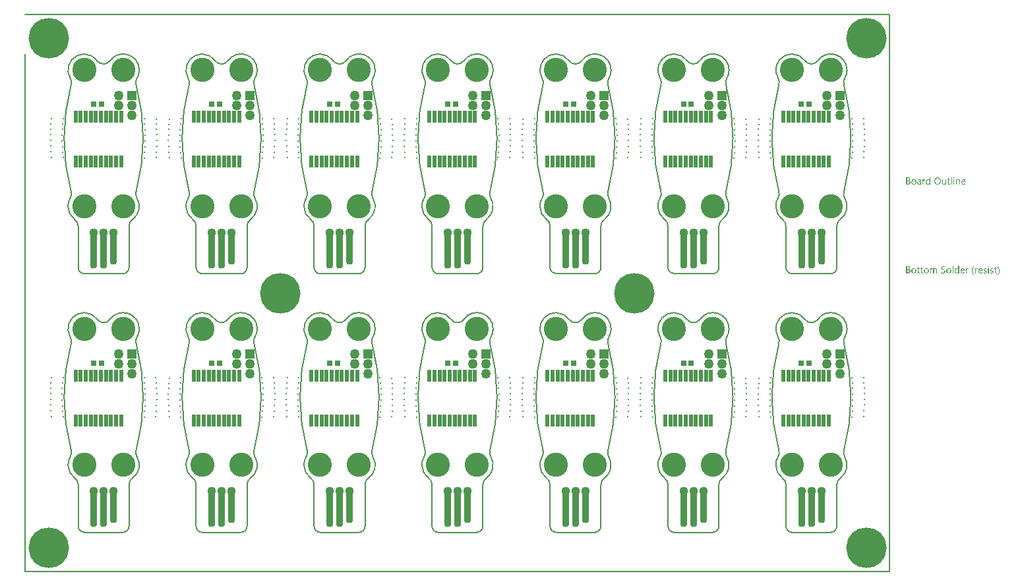
<source format=gbs>
G04*
G04 #@! TF.GenerationSoftware,Altium Limited,Altium Designer,21.9.2 (33)*
G04*
G04 Layer_Color=16711935*
%FSAX25Y25*%
%MOIN*%
G70*
G04*
G04 #@! TF.SameCoordinates,F74DCD8C-1FE1-40F9-8AA5-51ABB7E45146*
G04*
G04*
G04 #@! TF.FilePolarity,Negative*
G04*
G01*
G75*
%ADD25C,0.00787*%
%ADD29C,0.04370*%
G04:AMPARAMS|DCode=33|XSize=35.43mil|YSize=169.29mil|CornerRadius=13.82mil|HoleSize=0mil|Usage=FLASHONLY|Rotation=0.000|XOffset=0mil|YOffset=0mil|HoleType=Round|Shape=RoundedRectangle|*
%AMROUNDEDRECTD33*
21,1,0.03543,0.14165,0,0,0.0*
21,1,0.00780,0.16929,0,0,0.0*
1,1,0.02764,0.00390,-0.07083*
1,1,0.02764,-0.00390,-0.07083*
1,1,0.02764,-0.00390,0.07083*
1,1,0.02764,0.00390,0.07083*
%
%ADD33ROUNDEDRECTD33*%
G04:AMPARAMS|DCode=34|XSize=35.43mil|YSize=188.98mil|CornerRadius=13.82mil|HoleSize=0mil|Usage=FLASHONLY|Rotation=0.000|XOffset=0mil|YOffset=0mil|HoleType=Round|Shape=RoundedRectangle|*
%AMROUNDEDRECTD34*
21,1,0.03543,0.16134,0,0,0.0*
21,1,0.00780,0.18898,0,0,0.0*
1,1,0.02764,0.00390,-0.08067*
1,1,0.02764,-0.00390,-0.08067*
1,1,0.02764,-0.00390,0.08067*
1,1,0.02764,0.00390,0.08067*
%
%ADD34ROUNDEDRECTD34*%
%ADD55C,0.00800*%
%ADD56C,0.20485*%
%ADD57C,0.00591*%
%ADD58C,0.04961*%
%ADD59R,0.04961X0.04961*%
%ADD60C,0.12205*%
%ADD61R,0.02165X0.05906*%
%ADD62R,0.02559X0.02756*%
G36*
X0449898Y0179606D02*
X0449923D01*
X0449978Y0179581D01*
X0450009Y0179563D01*
X0450040Y0179538D01*
X0450047Y0179532D01*
X0450053Y0179525D01*
X0450084Y0179488D01*
X0450108Y0179427D01*
X0450115Y0179389D01*
X0450121Y0179352D01*
Y0179346D01*
Y0179334D01*
X0450115Y0179315D01*
X0450108Y0179290D01*
X0450090Y0179228D01*
X0450065Y0179198D01*
X0450040Y0179166D01*
X0450034D01*
X0450028Y0179154D01*
X0449991Y0179129D01*
X0449935Y0179105D01*
X0449898Y0179098D01*
X0449861Y0179092D01*
X0449842D01*
X0449824Y0179098D01*
X0449799D01*
X0449737Y0179123D01*
X0449706Y0179136D01*
X0449675Y0179160D01*
Y0179166D01*
X0449663Y0179173D01*
X0449650Y0179191D01*
X0449638Y0179210D01*
X0449613Y0179272D01*
X0449607Y0179309D01*
X0449601Y0179352D01*
Y0179358D01*
Y0179371D01*
X0449607Y0179389D01*
X0449613Y0179420D01*
X0449632Y0179476D01*
X0449650Y0179507D01*
X0449675Y0179538D01*
X0449681Y0179544D01*
X0449688Y0179550D01*
X0449725Y0179575D01*
X0449787Y0179600D01*
X0449824Y0179612D01*
X0449880D01*
X0449898Y0179606D01*
D02*
G37*
G36*
X0437908Y0175942D02*
X0437506D01*
Y0176363D01*
X0437493D01*
Y0176356D01*
X0437481Y0176344D01*
X0437462Y0176319D01*
X0437444Y0176288D01*
X0437413Y0176251D01*
X0437376Y0176214D01*
X0437332Y0176171D01*
X0437283Y0176127D01*
X0437227Y0176078D01*
X0437159Y0176034D01*
X0437091Y0175997D01*
X0437010Y0175960D01*
X0436930Y0175929D01*
X0436837Y0175904D01*
X0436738Y0175892D01*
X0436633Y0175886D01*
X0436590D01*
X0436552Y0175892D01*
X0436515Y0175898D01*
X0436466Y0175904D01*
X0436361Y0175929D01*
X0436237Y0175966D01*
X0436113Y0176028D01*
X0436045Y0176065D01*
X0435989Y0176109D01*
X0435927Y0176164D01*
X0435872Y0176220D01*
Y0176226D01*
X0435859Y0176239D01*
X0435847Y0176257D01*
X0435828Y0176282D01*
X0435810Y0176313D01*
X0435785Y0176356D01*
X0435760Y0176406D01*
X0435735Y0176462D01*
X0435704Y0176523D01*
X0435680Y0176592D01*
X0435655Y0176666D01*
X0435636Y0176746D01*
X0435618Y0176833D01*
X0435605Y0176932D01*
X0435599Y0177031D01*
X0435593Y0177136D01*
Y0177142D01*
Y0177161D01*
Y0177198D01*
X0435599Y0177241D01*
X0435605Y0177291D01*
X0435611Y0177353D01*
X0435618Y0177421D01*
X0435630Y0177495D01*
X0435667Y0177656D01*
X0435723Y0177823D01*
X0435760Y0177904D01*
X0435803Y0177984D01*
X0435847Y0178059D01*
X0435903Y0178133D01*
X0435909Y0178139D01*
X0435915Y0178151D01*
X0435933Y0178170D01*
X0435958Y0178195D01*
X0435989Y0178219D01*
X0436032Y0178250D01*
X0436076Y0178288D01*
X0436125Y0178325D01*
X0436249Y0178393D01*
X0436391Y0178455D01*
X0436472Y0178473D01*
X0436559Y0178492D01*
X0436645Y0178504D01*
X0436744Y0178510D01*
X0436794D01*
X0436831Y0178504D01*
X0436868Y0178498D01*
X0436918Y0178492D01*
X0437029Y0178461D01*
X0437153Y0178411D01*
X0437215Y0178380D01*
X0437277Y0178337D01*
X0437339Y0178294D01*
X0437394Y0178238D01*
X0437444Y0178176D01*
X0437493Y0178102D01*
X0437506D01*
Y0179662D01*
X0437908D01*
Y0175942D01*
D02*
G37*
G36*
X0452176Y0178504D02*
X0452250Y0178498D01*
X0452343Y0178479D01*
X0452442Y0178448D01*
X0452547Y0178399D01*
X0452653Y0178331D01*
X0452696Y0178294D01*
X0452739Y0178244D01*
X0452752Y0178232D01*
X0452776Y0178195D01*
X0452807Y0178133D01*
X0452851Y0178046D01*
X0452888Y0177941D01*
X0452925Y0177811D01*
X0452950Y0177656D01*
X0452956Y0177477D01*
Y0175942D01*
X0452554D01*
Y0177371D01*
Y0177378D01*
Y0177409D01*
X0452547Y0177446D01*
Y0177495D01*
X0452535Y0177557D01*
X0452523Y0177625D01*
X0452504Y0177699D01*
X0452479Y0177774D01*
X0452448Y0177848D01*
X0452411Y0177916D01*
X0452362Y0177984D01*
X0452306Y0178046D01*
X0452244Y0178096D01*
X0452164Y0178133D01*
X0452077Y0178164D01*
X0451972Y0178170D01*
X0451959D01*
X0451922Y0178164D01*
X0451866Y0178158D01*
X0451798Y0178139D01*
X0451718Y0178114D01*
X0451631Y0178071D01*
X0451551Y0178015D01*
X0451470Y0177941D01*
X0451464Y0177928D01*
X0451439Y0177904D01*
X0451408Y0177854D01*
X0451371Y0177786D01*
X0451334Y0177706D01*
X0451303Y0177607D01*
X0451278Y0177495D01*
X0451272Y0177371D01*
Y0175942D01*
X0450870D01*
Y0178455D01*
X0451272D01*
Y0178034D01*
X0451285D01*
X0451291Y0178040D01*
X0451297Y0178052D01*
X0451316Y0178077D01*
X0451340Y0178108D01*
X0451365Y0178145D01*
X0451402Y0178182D01*
X0451446Y0178226D01*
X0451495Y0178275D01*
X0451551Y0178319D01*
X0451613Y0178362D01*
X0451681Y0178399D01*
X0451755Y0178436D01*
X0451829Y0178467D01*
X0451916Y0178492D01*
X0452009Y0178504D01*
X0452108Y0178510D01*
X0452145D01*
X0452176Y0178504D01*
D02*
G37*
G36*
X0435178Y0178492D02*
X0435253Y0178486D01*
X0435296Y0178473D01*
X0435327Y0178461D01*
Y0178046D01*
X0435321Y0178052D01*
X0435308Y0178059D01*
X0435284Y0178071D01*
X0435253Y0178089D01*
X0435209Y0178102D01*
X0435153Y0178114D01*
X0435092Y0178120D01*
X0435023Y0178127D01*
X0435011D01*
X0434980Y0178120D01*
X0434931Y0178114D01*
X0434875Y0178096D01*
X0434801Y0178065D01*
X0434733Y0178021D01*
X0434658Y0177960D01*
X0434590Y0177879D01*
X0434584Y0177867D01*
X0434565Y0177836D01*
X0434535Y0177780D01*
X0434504Y0177706D01*
X0434473Y0177613D01*
X0434442Y0177495D01*
X0434423Y0177365D01*
X0434417Y0177217D01*
Y0175942D01*
X0434015D01*
Y0178455D01*
X0434417D01*
Y0177935D01*
X0434429D01*
Y0177941D01*
X0434435Y0177947D01*
X0434448Y0177978D01*
X0434466Y0178028D01*
X0434497Y0178089D01*
X0434528Y0178151D01*
X0434578Y0178219D01*
X0434627Y0178288D01*
X0434689Y0178349D01*
X0434695Y0178356D01*
X0434720Y0178374D01*
X0434757Y0178399D01*
X0434807Y0178424D01*
X0434863Y0178448D01*
X0434931Y0178473D01*
X0435005Y0178492D01*
X0435085Y0178498D01*
X0435141D01*
X0435178Y0178492D01*
D02*
G37*
G36*
X0445918Y0175942D02*
X0445515D01*
Y0176338D01*
X0445503D01*
Y0176331D01*
X0445491Y0176319D01*
X0445478Y0176294D01*
X0445454Y0176270D01*
X0445398Y0176195D01*
X0445311Y0176115D01*
X0445262Y0176072D01*
X0445206Y0176028D01*
X0445144Y0175991D01*
X0445070Y0175954D01*
X0444996Y0175929D01*
X0444915Y0175904D01*
X0444822Y0175892D01*
X0444729Y0175886D01*
X0444692D01*
X0444649Y0175892D01*
X0444587Y0175904D01*
X0444519Y0175917D01*
X0444445Y0175942D01*
X0444364Y0175972D01*
X0444284Y0176022D01*
X0444197Y0176078D01*
X0444117Y0176146D01*
X0444042Y0176233D01*
X0443974Y0176338D01*
X0443912Y0176455D01*
X0443869Y0176598D01*
X0443844Y0176765D01*
X0443832Y0176851D01*
Y0176951D01*
Y0178455D01*
X0444228D01*
Y0177012D01*
Y0177006D01*
Y0176981D01*
X0444234Y0176938D01*
X0444240Y0176889D01*
X0444247Y0176827D01*
X0444259Y0176765D01*
X0444277Y0176690D01*
X0444302Y0176616D01*
X0444339Y0176542D01*
X0444377Y0176474D01*
X0444426Y0176406D01*
X0444488Y0176344D01*
X0444556Y0176294D01*
X0444637Y0176257D01*
X0444736Y0176226D01*
X0444841Y0176220D01*
X0444853D01*
X0444890Y0176226D01*
X0444946Y0176233D01*
X0445008Y0176245D01*
X0445088Y0176276D01*
X0445169Y0176313D01*
X0445249Y0176363D01*
X0445324Y0176437D01*
X0445330Y0176449D01*
X0445355Y0176474D01*
X0445386Y0176523D01*
X0445423Y0176592D01*
X0445454Y0176672D01*
X0445485Y0176771D01*
X0445509Y0176882D01*
X0445515Y0177006D01*
Y0178455D01*
X0445918D01*
Y0175942D01*
D02*
G37*
G36*
X0450053D02*
X0449650D01*
Y0178455D01*
X0450053D01*
Y0175942D01*
D02*
G37*
G36*
X0448833D02*
X0448431D01*
Y0179662D01*
X0448833D01*
Y0175942D01*
D02*
G37*
G36*
X0432455Y0178504D02*
X0432510Y0178498D01*
X0432578Y0178479D01*
X0432653Y0178461D01*
X0432733Y0178430D01*
X0432820Y0178393D01*
X0432900Y0178343D01*
X0432981Y0178281D01*
X0433055Y0178207D01*
X0433123Y0178114D01*
X0433179Y0178009D01*
X0433222Y0177885D01*
X0433247Y0177743D01*
X0433259Y0177576D01*
Y0175942D01*
X0432857D01*
Y0176331D01*
X0432845D01*
Y0176325D01*
X0432832Y0176313D01*
X0432820Y0176288D01*
X0432795Y0176263D01*
X0432733Y0176189D01*
X0432653Y0176109D01*
X0432541Y0176028D01*
X0432411Y0175954D01*
X0432331Y0175929D01*
X0432250Y0175904D01*
X0432164Y0175892D01*
X0432071Y0175886D01*
X0432034D01*
X0432009Y0175892D01*
X0431941Y0175898D01*
X0431860Y0175911D01*
X0431761Y0175935D01*
X0431669Y0175966D01*
X0431569Y0176016D01*
X0431483Y0176078D01*
X0431477Y0176090D01*
X0431452Y0176115D01*
X0431415Y0176158D01*
X0431378Y0176220D01*
X0431340Y0176294D01*
X0431303Y0176381D01*
X0431279Y0176486D01*
X0431272Y0176604D01*
Y0176610D01*
Y0176635D01*
X0431279Y0176672D01*
X0431285Y0176715D01*
X0431297Y0176771D01*
X0431316Y0176833D01*
X0431340Y0176901D01*
X0431378Y0176969D01*
X0431421Y0177043D01*
X0431477Y0177118D01*
X0431545Y0177186D01*
X0431625Y0177248D01*
X0431718Y0177310D01*
X0431829Y0177359D01*
X0431953Y0177396D01*
X0432102Y0177427D01*
X0432857Y0177532D01*
Y0177539D01*
Y0177557D01*
X0432851Y0177594D01*
Y0177631D01*
X0432838Y0177681D01*
X0432832Y0177737D01*
X0432795Y0177854D01*
X0432764Y0177910D01*
X0432733Y0177966D01*
X0432690Y0178021D01*
X0432640Y0178071D01*
X0432578Y0178114D01*
X0432510Y0178145D01*
X0432430Y0178164D01*
X0432337Y0178170D01*
X0432294D01*
X0432263Y0178164D01*
X0432219D01*
X0432176Y0178151D01*
X0432065Y0178133D01*
X0431941Y0178096D01*
X0431805Y0178040D01*
X0431730Y0178003D01*
X0431662Y0177966D01*
X0431588Y0177916D01*
X0431520Y0177860D01*
Y0178275D01*
X0431526D01*
X0431538Y0178288D01*
X0431557Y0178300D01*
X0431588Y0178312D01*
X0431619Y0178331D01*
X0431662Y0178349D01*
X0431712Y0178368D01*
X0431768Y0178393D01*
X0431891Y0178436D01*
X0432040Y0178473D01*
X0432201Y0178498D01*
X0432374Y0178510D01*
X0432411D01*
X0432455Y0178504D01*
D02*
G37*
G36*
X0426766Y0179451D02*
X0426809D01*
X0426853Y0179445D01*
X0426952Y0179433D01*
X0427069Y0179402D01*
X0427193Y0179365D01*
X0427311Y0179309D01*
X0427416Y0179235D01*
X0427422D01*
X0427428Y0179222D01*
X0427459Y0179198D01*
X0427503Y0179148D01*
X0427552Y0179080D01*
X0427596Y0178993D01*
X0427639Y0178894D01*
X0427670Y0178783D01*
X0427682Y0178721D01*
Y0178653D01*
Y0178647D01*
Y0178640D01*
Y0178603D01*
X0427676Y0178548D01*
X0427664Y0178479D01*
X0427645Y0178393D01*
X0427614Y0178306D01*
X0427577Y0178219D01*
X0427521Y0178133D01*
X0427515Y0178120D01*
X0427490Y0178096D01*
X0427453Y0178059D01*
X0427404Y0178009D01*
X0427342Y0177960D01*
X0427267Y0177904D01*
X0427175Y0177860D01*
X0427075Y0177817D01*
Y0177811D01*
X0427094D01*
X0427113Y0177805D01*
X0427131Y0177798D01*
X0427199Y0177786D01*
X0427280Y0177761D01*
X0427366Y0177724D01*
X0427459Y0177681D01*
X0427552Y0177619D01*
X0427639Y0177539D01*
X0427651Y0177526D01*
X0427676Y0177495D01*
X0427707Y0177452D01*
X0427750Y0177384D01*
X0427787Y0177297D01*
X0427824Y0177198D01*
X0427849Y0177081D01*
X0427855Y0176951D01*
Y0176944D01*
Y0176932D01*
Y0176907D01*
X0427849Y0176876D01*
X0427843Y0176839D01*
X0427837Y0176796D01*
X0427812Y0176690D01*
X0427775Y0176573D01*
X0427719Y0176449D01*
X0427682Y0176393D01*
X0427639Y0176331D01*
X0427583Y0176276D01*
X0427527Y0176220D01*
X0427521D01*
X0427515Y0176208D01*
X0427496Y0176195D01*
X0427472Y0176177D01*
X0427441Y0176158D01*
X0427397Y0176133D01*
X0427305Y0176084D01*
X0427187Y0176028D01*
X0427051Y0175985D01*
X0426890Y0175954D01*
X0426809Y0175948D01*
X0426717Y0175942D01*
X0425689D01*
Y0179457D01*
X0426735D01*
X0426766Y0179451D01*
D02*
G37*
G36*
X0447261Y0178455D02*
X0447899D01*
Y0178108D01*
X0447261D01*
Y0176690D01*
Y0176678D01*
Y0176647D01*
X0447267Y0176604D01*
X0447273Y0176548D01*
X0447298Y0176430D01*
X0447317Y0176375D01*
X0447348Y0176331D01*
X0447354Y0176325D01*
X0447366Y0176313D01*
X0447385Y0176301D01*
X0447416Y0176282D01*
X0447453Y0176257D01*
X0447503Y0176245D01*
X0447564Y0176233D01*
X0447633Y0176226D01*
X0447657D01*
X0447688Y0176233D01*
X0447725Y0176239D01*
X0447812Y0176263D01*
X0447855Y0176282D01*
X0447899Y0176307D01*
Y0175960D01*
X0447893D01*
X0447874Y0175948D01*
X0447843Y0175942D01*
X0447800Y0175929D01*
X0447744Y0175917D01*
X0447682Y0175904D01*
X0447608Y0175898D01*
X0447521Y0175892D01*
X0447490D01*
X0447459Y0175898D01*
X0447416Y0175904D01*
X0447366Y0175917D01*
X0447311Y0175929D01*
X0447255Y0175954D01*
X0447193Y0175985D01*
X0447131Y0176022D01*
X0447069Y0176072D01*
X0447014Y0176127D01*
X0446964Y0176201D01*
X0446921Y0176282D01*
X0446890Y0176381D01*
X0446865Y0176493D01*
X0446859Y0176622D01*
Y0178108D01*
X0446432D01*
Y0178455D01*
X0446859D01*
Y0179068D01*
X0447261Y0179198D01*
Y0178455D01*
D02*
G37*
G36*
X0454788Y0178504D02*
X0454832Y0178498D01*
X0454875Y0178492D01*
X0454986Y0178473D01*
X0455110Y0178430D01*
X0455234Y0178374D01*
X0455296Y0178337D01*
X0455358Y0178294D01*
X0455413Y0178244D01*
X0455469Y0178189D01*
X0455475Y0178182D01*
X0455481Y0178176D01*
X0455494Y0178158D01*
X0455512Y0178133D01*
X0455531Y0178096D01*
X0455556Y0178059D01*
X0455581Y0178015D01*
X0455605Y0177960D01*
X0455630Y0177898D01*
X0455655Y0177836D01*
X0455680Y0177761D01*
X0455698Y0177681D01*
X0455717Y0177594D01*
X0455729Y0177508D01*
X0455741Y0177409D01*
Y0177303D01*
Y0177093D01*
X0453965D01*
Y0177087D01*
Y0177074D01*
Y0177056D01*
X0453971Y0177025D01*
X0453977Y0176988D01*
Y0176951D01*
X0453996Y0176851D01*
X0454027Y0176752D01*
X0454064Y0176641D01*
X0454120Y0176536D01*
X0454188Y0176443D01*
X0454200Y0176430D01*
X0454225Y0176406D01*
X0454274Y0176375D01*
X0454343Y0176331D01*
X0454429Y0176288D01*
X0454528Y0176257D01*
X0454646Y0176233D01*
X0454782Y0176220D01*
X0454825D01*
X0454856Y0176226D01*
X0454893D01*
X0454937Y0176233D01*
X0455042Y0176257D01*
X0455160Y0176288D01*
X0455290Y0176338D01*
X0455426Y0176406D01*
X0455494Y0176449D01*
X0455562Y0176499D01*
Y0176121D01*
X0455556D01*
X0455549Y0176109D01*
X0455531Y0176102D01*
X0455500Y0176084D01*
X0455469Y0176065D01*
X0455432Y0176047D01*
X0455382Y0176028D01*
X0455333Y0176003D01*
X0455271Y0175979D01*
X0455203Y0175960D01*
X0455054Y0175923D01*
X0454881Y0175898D01*
X0454689Y0175886D01*
X0454640D01*
X0454602Y0175892D01*
X0454559Y0175898D01*
X0454503Y0175904D01*
X0454386Y0175929D01*
X0454250Y0175966D01*
X0454113Y0176028D01*
X0454045Y0176072D01*
X0453977Y0176115D01*
X0453915Y0176164D01*
X0453854Y0176226D01*
X0453847Y0176233D01*
X0453841Y0176245D01*
X0453829Y0176263D01*
X0453804Y0176288D01*
X0453785Y0176325D01*
X0453761Y0176369D01*
X0453730Y0176418D01*
X0453705Y0176474D01*
X0453674Y0176536D01*
X0453649Y0176610D01*
X0453618Y0176690D01*
X0453600Y0176777D01*
X0453581Y0176870D01*
X0453562Y0176969D01*
X0453556Y0177074D01*
X0453550Y0177186D01*
Y0177192D01*
Y0177210D01*
Y0177241D01*
X0453556Y0177285D01*
X0453562Y0177334D01*
X0453569Y0177390D01*
X0453575Y0177458D01*
X0453593Y0177526D01*
X0453631Y0177675D01*
X0453686Y0177836D01*
X0453723Y0177916D01*
X0453773Y0177990D01*
X0453823Y0178071D01*
X0453878Y0178139D01*
X0453884Y0178145D01*
X0453897Y0178158D01*
X0453915Y0178176D01*
X0453940Y0178195D01*
X0453971Y0178226D01*
X0454008Y0178257D01*
X0454058Y0178288D01*
X0454107Y0178325D01*
X0454225Y0178393D01*
X0454367Y0178455D01*
X0454448Y0178473D01*
X0454528Y0178492D01*
X0454615Y0178504D01*
X0454708Y0178510D01*
X0454757D01*
X0454788Y0178504D01*
D02*
G37*
G36*
X0441746Y0179513D02*
X0441808Y0179507D01*
X0441882Y0179495D01*
X0441962Y0179476D01*
X0442049Y0179457D01*
X0442136Y0179433D01*
X0442235Y0179402D01*
X0442328Y0179358D01*
X0442427Y0179309D01*
X0442526Y0179253D01*
X0442619Y0179185D01*
X0442711Y0179111D01*
X0442798Y0179024D01*
X0442804Y0179018D01*
X0442817Y0178999D01*
X0442841Y0178975D01*
X0442866Y0178937D01*
X0442903Y0178888D01*
X0442941Y0178826D01*
X0442978Y0178758D01*
X0443021Y0178684D01*
X0443064Y0178591D01*
X0443101Y0178498D01*
X0443139Y0178393D01*
X0443176Y0178275D01*
X0443200Y0178158D01*
X0443225Y0178028D01*
X0443238Y0177885D01*
X0443244Y0177743D01*
Y0177730D01*
Y0177706D01*
Y0177662D01*
X0443238Y0177601D01*
X0443231Y0177526D01*
X0443219Y0177446D01*
X0443207Y0177353D01*
X0443188Y0177248D01*
X0443163Y0177142D01*
X0443132Y0177031D01*
X0443095Y0176920D01*
X0443052Y0176808D01*
X0442996Y0176690D01*
X0442934Y0176585D01*
X0442866Y0176480D01*
X0442786Y0176381D01*
X0442780Y0176375D01*
X0442767Y0176363D01*
X0442736Y0176338D01*
X0442705Y0176307D01*
X0442656Y0176263D01*
X0442600Y0176226D01*
X0442538Y0176177D01*
X0442464Y0176133D01*
X0442383Y0176090D01*
X0442290Y0176041D01*
X0442192Y0176003D01*
X0442080Y0175966D01*
X0441962Y0175929D01*
X0441839Y0175904D01*
X0441709Y0175892D01*
X0441566Y0175886D01*
X0441535D01*
X0441492Y0175892D01*
X0441442D01*
X0441381Y0175898D01*
X0441306Y0175911D01*
X0441226Y0175929D01*
X0441133Y0175948D01*
X0441040Y0175972D01*
X0440941Y0176003D01*
X0440842Y0176047D01*
X0440743Y0176090D01*
X0440644Y0176146D01*
X0440545Y0176214D01*
X0440452Y0176288D01*
X0440366Y0176375D01*
X0440359Y0176381D01*
X0440347Y0176400D01*
X0440322Y0176424D01*
X0440297Y0176462D01*
X0440260Y0176511D01*
X0440223Y0176573D01*
X0440186Y0176641D01*
X0440143Y0176722D01*
X0440099Y0176808D01*
X0440062Y0176901D01*
X0440025Y0177006D01*
X0439988Y0177124D01*
X0439963Y0177241D01*
X0439938Y0177371D01*
X0439926Y0177514D01*
X0439920Y0177656D01*
Y0177669D01*
Y0177693D01*
X0439926Y0177737D01*
Y0177798D01*
X0439932Y0177867D01*
X0439945Y0177953D01*
X0439957Y0178046D01*
X0439976Y0178145D01*
X0440000Y0178250D01*
X0440031Y0178362D01*
X0440068Y0178473D01*
X0440112Y0178585D01*
X0440167Y0178696D01*
X0440229Y0178807D01*
X0440297Y0178913D01*
X0440378Y0179012D01*
X0440384Y0179018D01*
X0440396Y0179036D01*
X0440427Y0179061D01*
X0440464Y0179092D01*
X0440508Y0179129D01*
X0440563Y0179173D01*
X0440632Y0179216D01*
X0440706Y0179266D01*
X0440793Y0179315D01*
X0440885Y0179358D01*
X0440984Y0179402D01*
X0441096Y0179439D01*
X0441220Y0179470D01*
X0441350Y0179501D01*
X0441486Y0179513D01*
X0441628Y0179519D01*
X0441696D01*
X0441746Y0179513D01*
D02*
G37*
G36*
X0429719Y0178504D02*
X0429762Y0178498D01*
X0429818Y0178492D01*
X0429942Y0178467D01*
X0430084Y0178424D01*
X0430226Y0178362D01*
X0430301Y0178325D01*
X0430369Y0178281D01*
X0430437Y0178226D01*
X0430499Y0178164D01*
X0430505Y0178158D01*
X0430511Y0178145D01*
X0430530Y0178127D01*
X0430548Y0178102D01*
X0430573Y0178065D01*
X0430598Y0178021D01*
X0430629Y0177972D01*
X0430659Y0177916D01*
X0430684Y0177848D01*
X0430715Y0177780D01*
X0430740Y0177699D01*
X0430765Y0177613D01*
X0430783Y0177520D01*
X0430802Y0177421D01*
X0430808Y0177316D01*
X0430814Y0177204D01*
Y0177198D01*
Y0177180D01*
Y0177149D01*
X0430808Y0177105D01*
X0430802Y0177056D01*
X0430796Y0176994D01*
X0430783Y0176932D01*
X0430771Y0176858D01*
X0430734Y0176709D01*
X0430672Y0176548D01*
X0430635Y0176468D01*
X0430585Y0176387D01*
X0430536Y0176313D01*
X0430474Y0176245D01*
X0430468Y0176239D01*
X0430455Y0176233D01*
X0430437Y0176214D01*
X0430412Y0176189D01*
X0430375Y0176164D01*
X0430338Y0176133D01*
X0430288Y0176096D01*
X0430232Y0176065D01*
X0430170Y0176034D01*
X0430102Y0175997D01*
X0430028Y0175966D01*
X0429948Y0175942D01*
X0429861Y0175917D01*
X0429768Y0175904D01*
X0429669Y0175892D01*
X0429564Y0175886D01*
X0429508D01*
X0429471Y0175892D01*
X0429428Y0175898D01*
X0429372Y0175904D01*
X0429310Y0175917D01*
X0429242Y0175929D01*
X0429100Y0175972D01*
X0428951Y0176034D01*
X0428877Y0176072D01*
X0428809Y0176121D01*
X0428741Y0176171D01*
X0428673Y0176233D01*
X0428666Y0176239D01*
X0428660Y0176251D01*
X0428642Y0176270D01*
X0428623Y0176294D01*
X0428598Y0176331D01*
X0428567Y0176375D01*
X0428536Y0176424D01*
X0428512Y0176480D01*
X0428481Y0176548D01*
X0428450Y0176616D01*
X0428419Y0176690D01*
X0428394Y0176777D01*
X0428357Y0176963D01*
X0428351Y0177062D01*
X0428344Y0177167D01*
Y0177173D01*
Y0177198D01*
Y0177229D01*
X0428351Y0177272D01*
X0428357Y0177322D01*
X0428363Y0177384D01*
X0428375Y0177452D01*
X0428388Y0177526D01*
X0428425Y0177687D01*
X0428487Y0177848D01*
X0428530Y0177928D01*
X0428574Y0178009D01*
X0428623Y0178083D01*
X0428685Y0178151D01*
X0428691Y0178158D01*
X0428703Y0178170D01*
X0428722Y0178182D01*
X0428747Y0178207D01*
X0428784Y0178232D01*
X0428827Y0178263D01*
X0428877Y0178300D01*
X0428933Y0178331D01*
X0428994Y0178362D01*
X0429069Y0178399D01*
X0429143Y0178430D01*
X0429230Y0178455D01*
X0429316Y0178479D01*
X0429415Y0178498D01*
X0429521Y0178504D01*
X0429626Y0178510D01*
X0429681D01*
X0429719Y0178504D01*
D02*
G37*
G36*
X0467329Y0134679D02*
X0467354D01*
X0467410Y0134655D01*
X0467441Y0134636D01*
X0467472Y0134611D01*
X0467478Y0134605D01*
X0467484Y0134599D01*
X0467515Y0134562D01*
X0467540Y0134500D01*
X0467546Y0134463D01*
X0467552Y0134426D01*
Y0134420D01*
Y0134407D01*
X0467546Y0134389D01*
X0467540Y0134364D01*
X0467521Y0134302D01*
X0467496Y0134271D01*
X0467472Y0134240D01*
X0467465D01*
X0467459Y0134228D01*
X0467422Y0134203D01*
X0467366Y0134178D01*
X0467329Y0134172D01*
X0467292Y0134166D01*
X0467273D01*
X0467255Y0134172D01*
X0467230D01*
X0467168Y0134197D01*
X0467137Y0134209D01*
X0467106Y0134234D01*
Y0134240D01*
X0467094Y0134246D01*
X0467081Y0134265D01*
X0467069Y0134283D01*
X0467044Y0134345D01*
X0467038Y0134382D01*
X0467032Y0134426D01*
Y0134432D01*
Y0134444D01*
X0467038Y0134463D01*
X0467044Y0134494D01*
X0467063Y0134549D01*
X0467081Y0134581D01*
X0467106Y0134611D01*
X0467112Y0134618D01*
X0467119Y0134624D01*
X0467156Y0134649D01*
X0467218Y0134673D01*
X0467255Y0134686D01*
X0467310D01*
X0467329Y0134679D01*
D02*
G37*
G36*
X0444760Y0134587D02*
X0444810D01*
X0444921Y0134574D01*
X0445045Y0134562D01*
X0445169Y0134537D01*
X0445287Y0134506D01*
X0445336Y0134488D01*
X0445386Y0134463D01*
Y0133999D01*
X0445379D01*
X0445373Y0134011D01*
X0445355Y0134017D01*
X0445330Y0134036D01*
X0445299Y0134048D01*
X0445262Y0134067D01*
X0445169Y0134110D01*
X0445057Y0134147D01*
X0444921Y0134184D01*
X0444760Y0134209D01*
X0444587Y0134215D01*
X0444537D01*
X0444500Y0134209D01*
X0444463D01*
X0444414Y0134203D01*
X0444315Y0134184D01*
X0444309D01*
X0444290Y0134178D01*
X0444265Y0134172D01*
X0444234Y0134166D01*
X0444160Y0134135D01*
X0444073Y0134098D01*
X0444067D01*
X0444055Y0134085D01*
X0444036Y0134073D01*
X0444011Y0134054D01*
X0443956Y0133999D01*
X0443900Y0133931D01*
Y0133924D01*
X0443888Y0133912D01*
X0443881Y0133893D01*
X0443869Y0133862D01*
X0443857Y0133825D01*
X0443850Y0133788D01*
X0443838Y0133689D01*
Y0133683D01*
Y0133664D01*
Y0133640D01*
X0443844Y0133609D01*
X0443857Y0133534D01*
X0443888Y0133454D01*
Y0133448D01*
X0443900Y0133435D01*
X0443906Y0133417D01*
X0443925Y0133392D01*
X0443974Y0133336D01*
X0444036Y0133274D01*
X0444042Y0133268D01*
X0444055Y0133262D01*
X0444073Y0133243D01*
X0444104Y0133225D01*
X0444141Y0133200D01*
X0444178Y0133175D01*
X0444277Y0133113D01*
X0444284Y0133107D01*
X0444302Y0133101D01*
X0444333Y0133082D01*
X0444370Y0133064D01*
X0444420Y0133039D01*
X0444476Y0133014D01*
X0444599Y0132952D01*
X0444606Y0132946D01*
X0444630Y0132934D01*
X0444667Y0132915D01*
X0444717Y0132891D01*
X0444773Y0132866D01*
X0444835Y0132829D01*
X0444958Y0132754D01*
X0444965Y0132748D01*
X0444989Y0132736D01*
X0445020Y0132717D01*
X0445064Y0132686D01*
X0445156Y0132612D01*
X0445256Y0132525D01*
X0445262Y0132519D01*
X0445280Y0132507D01*
X0445299Y0132476D01*
X0445330Y0132445D01*
X0445361Y0132402D01*
X0445398Y0132358D01*
X0445460Y0132247D01*
X0445466Y0132241D01*
X0445472Y0132222D01*
X0445485Y0132191D01*
X0445497Y0132148D01*
X0445509Y0132098D01*
X0445522Y0132036D01*
X0445534Y0131974D01*
Y0131900D01*
Y0131888D01*
Y0131857D01*
X0445528Y0131807D01*
X0445522Y0131746D01*
X0445509Y0131677D01*
X0445491Y0131603D01*
X0445466Y0131529D01*
X0445429Y0131461D01*
X0445423Y0131455D01*
X0445410Y0131430D01*
X0445386Y0131399D01*
X0445361Y0131356D01*
X0445318Y0131312D01*
X0445274Y0131263D01*
X0445218Y0131213D01*
X0445156Y0131164D01*
X0445150Y0131157D01*
X0445126Y0131145D01*
X0445088Y0131126D01*
X0445039Y0131102D01*
X0444983Y0131077D01*
X0444915Y0131052D01*
X0444835Y0131027D01*
X0444754Y0131009D01*
X0444742D01*
X0444717Y0131003D01*
X0444674Y0130997D01*
X0444612Y0130984D01*
X0444544Y0130978D01*
X0444463Y0130965D01*
X0444377Y0130959D01*
X0444228D01*
X0444160Y0130965D01*
X0444073Y0130972D01*
X0444055D01*
X0444030Y0130978D01*
X0443999Y0130984D01*
X0443919Y0130990D01*
X0443826Y0131009D01*
X0443820D01*
X0443801Y0131015D01*
X0443776Y0131021D01*
X0443745Y0131027D01*
X0443671Y0131046D01*
X0443584Y0131071D01*
X0443578D01*
X0443566Y0131077D01*
X0443547Y0131083D01*
X0443522Y0131096D01*
X0443461Y0131120D01*
X0443399Y0131157D01*
Y0131640D01*
X0443405Y0131634D01*
X0443417Y0131628D01*
X0443430Y0131615D01*
X0443454Y0131597D01*
X0443522Y0131554D01*
X0443603Y0131504D01*
X0443609D01*
X0443621Y0131498D01*
X0443646Y0131485D01*
X0443677Y0131473D01*
X0443758Y0131436D01*
X0443844Y0131405D01*
X0443850D01*
X0443869Y0131399D01*
X0443894Y0131393D01*
X0443925Y0131386D01*
X0444011Y0131362D01*
X0444104Y0131343D01*
X0444129D01*
X0444154Y0131337D01*
X0444185D01*
X0444259Y0131331D01*
X0444346Y0131325D01*
X0444408D01*
X0444476Y0131331D01*
X0444562Y0131343D01*
X0444655Y0131356D01*
X0444748Y0131380D01*
X0444835Y0131417D01*
X0444915Y0131461D01*
X0444921Y0131467D01*
X0444946Y0131485D01*
X0444977Y0131523D01*
X0445008Y0131566D01*
X0445045Y0131622D01*
X0445070Y0131696D01*
X0445095Y0131776D01*
X0445101Y0131869D01*
Y0131876D01*
Y0131894D01*
Y0131919D01*
X0445095Y0131956D01*
X0445076Y0132036D01*
X0445039Y0132117D01*
Y0132123D01*
X0445026Y0132135D01*
X0445014Y0132154D01*
X0444996Y0132179D01*
X0444940Y0132241D01*
X0444866Y0132309D01*
X0444859Y0132315D01*
X0444847Y0132327D01*
X0444822Y0132340D01*
X0444791Y0132364D01*
X0444754Y0132389D01*
X0444711Y0132420D01*
X0444606Y0132476D01*
X0444599Y0132482D01*
X0444581Y0132488D01*
X0444550Y0132507D01*
X0444507Y0132525D01*
X0444463Y0132556D01*
X0444408Y0132581D01*
X0444277Y0132649D01*
X0444271Y0132655D01*
X0444247Y0132668D01*
X0444209Y0132686D01*
X0444166Y0132705D01*
X0444117Y0132736D01*
X0444061Y0132767D01*
X0443937Y0132835D01*
X0443931Y0132841D01*
X0443912Y0132853D01*
X0443881Y0132872D01*
X0443844Y0132897D01*
X0443751Y0132965D01*
X0443658Y0133045D01*
X0443652Y0133052D01*
X0443640Y0133064D01*
X0443615Y0133089D01*
X0443590Y0133120D01*
X0443560Y0133163D01*
X0443529Y0133206D01*
X0443473Y0133305D01*
Y0133311D01*
X0443461Y0133330D01*
X0443454Y0133361D01*
X0443442Y0133404D01*
X0443430Y0133454D01*
X0443417Y0133516D01*
X0443411Y0133578D01*
X0443405Y0133652D01*
Y0133664D01*
Y0133695D01*
X0443411Y0133739D01*
X0443417Y0133794D01*
X0443430Y0133862D01*
X0443448Y0133931D01*
X0443473Y0133999D01*
X0443510Y0134067D01*
X0443516Y0134073D01*
X0443529Y0134098D01*
X0443553Y0134129D01*
X0443584Y0134172D01*
X0443621Y0134215D01*
X0443671Y0134265D01*
X0443727Y0134314D01*
X0443788Y0134358D01*
X0443795Y0134364D01*
X0443820Y0134376D01*
X0443857Y0134401D01*
X0443900Y0134426D01*
X0443962Y0134450D01*
X0444024Y0134481D01*
X0444098Y0134506D01*
X0444178Y0134531D01*
X0444191D01*
X0444216Y0134543D01*
X0444259Y0134549D01*
X0444321Y0134562D01*
X0444389Y0134574D01*
X0444463Y0134581D01*
X0444630Y0134593D01*
X0444717D01*
X0444760Y0134587D01*
D02*
G37*
G36*
X0452492Y0131015D02*
X0452089D01*
Y0131436D01*
X0452077D01*
Y0131430D01*
X0452065Y0131417D01*
X0452046Y0131393D01*
X0452027Y0131362D01*
X0451997Y0131325D01*
X0451959Y0131287D01*
X0451916Y0131244D01*
X0451866Y0131201D01*
X0451811Y0131151D01*
X0451743Y0131108D01*
X0451675Y0131071D01*
X0451594Y0131034D01*
X0451514Y0131003D01*
X0451421Y0130978D01*
X0451322Y0130965D01*
X0451217Y0130959D01*
X0451173D01*
X0451136Y0130965D01*
X0451099Y0130972D01*
X0451049Y0130978D01*
X0450944Y0131003D01*
X0450820Y0131040D01*
X0450697Y0131102D01*
X0450629Y0131139D01*
X0450573Y0131182D01*
X0450511Y0131238D01*
X0450455Y0131294D01*
Y0131300D01*
X0450443Y0131312D01*
X0450430Y0131331D01*
X0450412Y0131356D01*
X0450393Y0131386D01*
X0450368Y0131430D01*
X0450344Y0131479D01*
X0450319Y0131535D01*
X0450288Y0131597D01*
X0450263Y0131665D01*
X0450239Y0131739D01*
X0450220Y0131820D01*
X0450201Y0131906D01*
X0450189Y0132005D01*
X0450183Y0132105D01*
X0450177Y0132210D01*
Y0132216D01*
Y0132235D01*
Y0132272D01*
X0450183Y0132315D01*
X0450189Y0132364D01*
X0450195Y0132426D01*
X0450201Y0132494D01*
X0450214Y0132569D01*
X0450251Y0132730D01*
X0450307Y0132897D01*
X0450344Y0132977D01*
X0450387Y0133058D01*
X0450430Y0133132D01*
X0450486Y0133206D01*
X0450492Y0133212D01*
X0450498Y0133225D01*
X0450517Y0133243D01*
X0450542Y0133268D01*
X0450573Y0133293D01*
X0450616Y0133324D01*
X0450659Y0133361D01*
X0450709Y0133398D01*
X0450833Y0133466D01*
X0450975Y0133528D01*
X0451056Y0133547D01*
X0451142Y0133565D01*
X0451229Y0133578D01*
X0451328Y0133584D01*
X0451377D01*
X0451415Y0133578D01*
X0451452Y0133572D01*
X0451501Y0133565D01*
X0451613Y0133534D01*
X0451736Y0133485D01*
X0451798Y0133454D01*
X0451860Y0133411D01*
X0451922Y0133367D01*
X0451978Y0133311D01*
X0452027Y0133250D01*
X0452077Y0133175D01*
X0452089D01*
Y0134735D01*
X0452492D01*
Y0131015D01*
D02*
G37*
G36*
X0469236Y0133578D02*
X0469316Y0133572D01*
X0469403Y0133559D01*
X0469502Y0133534D01*
X0469601Y0133510D01*
X0469700Y0133473D01*
Y0133064D01*
X0469688Y0133070D01*
X0469650Y0133095D01*
X0469595Y0133120D01*
X0469520Y0133157D01*
X0469427Y0133188D01*
X0469316Y0133219D01*
X0469192Y0133237D01*
X0469062Y0133243D01*
X0468994D01*
X0468932Y0133231D01*
X0468858Y0133219D01*
X0468852D01*
X0468846Y0133212D01*
X0468809Y0133200D01*
X0468759Y0133175D01*
X0468703Y0133144D01*
X0468691Y0133138D01*
X0468666Y0133113D01*
X0468635Y0133076D01*
X0468604Y0133033D01*
X0468598Y0133021D01*
X0468586Y0132990D01*
X0468573Y0132946D01*
X0468567Y0132891D01*
Y0132884D01*
Y0132872D01*
Y0132853D01*
X0468573Y0132835D01*
X0468586Y0132779D01*
X0468604Y0132723D01*
X0468610Y0132711D01*
X0468629Y0132686D01*
X0468666Y0132649D01*
X0468710Y0132606D01*
X0468716D01*
X0468722Y0132600D01*
X0468759Y0132575D01*
X0468809Y0132544D01*
X0468877Y0132513D01*
X0468883D01*
X0468895Y0132507D01*
X0468914Y0132501D01*
X0468945Y0132488D01*
X0469013Y0132464D01*
X0469099Y0132426D01*
X0469106D01*
X0469130Y0132414D01*
X0469161Y0132402D01*
X0469199Y0132389D01*
X0469298Y0132346D01*
X0469397Y0132296D01*
X0469403D01*
X0469421Y0132284D01*
X0469446Y0132272D01*
X0469477Y0132253D01*
X0469551Y0132203D01*
X0469626Y0132142D01*
X0469632Y0132135D01*
X0469644Y0132129D01*
X0469657Y0132111D01*
X0469681Y0132086D01*
X0469725Y0132024D01*
X0469768Y0131944D01*
Y0131937D01*
X0469774Y0131925D01*
X0469787Y0131900D01*
X0469793Y0131869D01*
X0469805Y0131832D01*
X0469811Y0131789D01*
X0469817Y0131684D01*
Y0131677D01*
Y0131653D01*
X0469811Y0131615D01*
X0469805Y0131572D01*
X0469799Y0131523D01*
X0469780Y0131467D01*
X0469762Y0131417D01*
X0469731Y0131362D01*
X0469725Y0131356D01*
X0469718Y0131337D01*
X0469700Y0131312D01*
X0469675Y0131281D01*
X0469644Y0131244D01*
X0469607Y0131207D01*
X0469514Y0131133D01*
X0469508Y0131126D01*
X0469489Y0131120D01*
X0469465Y0131102D01*
X0469421Y0131083D01*
X0469378Y0131058D01*
X0469322Y0131040D01*
X0469267Y0131021D01*
X0469199Y0131003D01*
X0469192D01*
X0469168Y0130997D01*
X0469130Y0130990D01*
X0469087Y0130984D01*
X0469025Y0130972D01*
X0468963Y0130965D01*
X0468821Y0130959D01*
X0468759D01*
X0468685Y0130965D01*
X0468592Y0130978D01*
X0468487Y0130997D01*
X0468375Y0131021D01*
X0468264Y0131052D01*
X0468152Y0131102D01*
Y0131535D01*
X0468159D01*
X0468165Y0131523D01*
X0468183Y0131510D01*
X0468208Y0131498D01*
X0468276Y0131461D01*
X0468369Y0131417D01*
X0468474Y0131368D01*
X0468598Y0131331D01*
X0468734Y0131306D01*
X0468877Y0131294D01*
X0468926D01*
X0468957Y0131300D01*
X0469044Y0131312D01*
X0469143Y0131337D01*
X0469236Y0131380D01*
X0469279Y0131411D01*
X0469322Y0131442D01*
X0469353Y0131485D01*
X0469378Y0131529D01*
X0469397Y0131585D01*
X0469403Y0131646D01*
Y0131653D01*
Y0131665D01*
Y0131684D01*
X0469397Y0131702D01*
X0469384Y0131758D01*
X0469359Y0131814D01*
Y0131820D01*
X0469353Y0131826D01*
X0469328Y0131857D01*
X0469291Y0131900D01*
X0469236Y0131937D01*
X0469229D01*
X0469223Y0131950D01*
X0469186Y0131968D01*
X0469130Y0132005D01*
X0469056Y0132036D01*
X0469050D01*
X0469037Y0132043D01*
X0469019Y0132055D01*
X0468988Y0132067D01*
X0468920Y0132092D01*
X0468833Y0132129D01*
X0468827D01*
X0468802Y0132142D01*
X0468771Y0132154D01*
X0468734Y0132166D01*
X0468635Y0132210D01*
X0468536Y0132259D01*
X0468530Y0132265D01*
X0468518Y0132272D01*
X0468493Y0132284D01*
X0468462Y0132303D01*
X0468394Y0132352D01*
X0468326Y0132408D01*
X0468320Y0132414D01*
X0468313Y0132420D01*
X0468295Y0132439D01*
X0468276Y0132464D01*
X0468233Y0132525D01*
X0468196Y0132600D01*
Y0132606D01*
X0468189Y0132618D01*
X0468183Y0132643D01*
X0468177Y0132674D01*
X0468171Y0132711D01*
X0468165Y0132754D01*
X0468159Y0132860D01*
Y0132866D01*
Y0132891D01*
X0468165Y0132922D01*
X0468171Y0132965D01*
X0468177Y0133014D01*
X0468196Y0133064D01*
X0468214Y0133120D01*
X0468239Y0133169D01*
X0468245Y0133175D01*
X0468251Y0133194D01*
X0468270Y0133219D01*
X0468295Y0133250D01*
X0468363Y0133324D01*
X0468449Y0133398D01*
X0468456Y0133404D01*
X0468474Y0133411D01*
X0468499Y0133429D01*
X0468542Y0133448D01*
X0468586Y0133473D01*
X0468635Y0133497D01*
X0468759Y0133534D01*
X0468765D01*
X0468790Y0133541D01*
X0468821Y0133553D01*
X0468870Y0133559D01*
X0468920Y0133572D01*
X0468982Y0133578D01*
X0469118Y0133584D01*
X0469174D01*
X0469236Y0133578D01*
D02*
G37*
G36*
X0465881D02*
X0465961Y0133572D01*
X0466048Y0133559D01*
X0466147Y0133534D01*
X0466246Y0133510D01*
X0466345Y0133473D01*
Y0133064D01*
X0466332Y0133070D01*
X0466295Y0133095D01*
X0466240Y0133120D01*
X0466165Y0133157D01*
X0466073Y0133188D01*
X0465961Y0133219D01*
X0465837Y0133237D01*
X0465707Y0133243D01*
X0465639D01*
X0465577Y0133231D01*
X0465503Y0133219D01*
X0465497D01*
X0465491Y0133212D01*
X0465453Y0133200D01*
X0465404Y0133175D01*
X0465348Y0133144D01*
X0465336Y0133138D01*
X0465311Y0133113D01*
X0465280Y0133076D01*
X0465249Y0133033D01*
X0465243Y0133021D01*
X0465231Y0132990D01*
X0465218Y0132946D01*
X0465212Y0132891D01*
Y0132884D01*
Y0132872D01*
Y0132853D01*
X0465218Y0132835D01*
X0465231Y0132779D01*
X0465249Y0132723D01*
X0465255Y0132711D01*
X0465274Y0132686D01*
X0465311Y0132649D01*
X0465354Y0132606D01*
X0465361D01*
X0465367Y0132600D01*
X0465404Y0132575D01*
X0465453Y0132544D01*
X0465522Y0132513D01*
X0465528D01*
X0465540Y0132507D01*
X0465559Y0132501D01*
X0465590Y0132488D01*
X0465658Y0132464D01*
X0465744Y0132426D01*
X0465751D01*
X0465775Y0132414D01*
X0465806Y0132402D01*
X0465843Y0132389D01*
X0465942Y0132346D01*
X0466042Y0132296D01*
X0466048D01*
X0466066Y0132284D01*
X0466091Y0132272D01*
X0466122Y0132253D01*
X0466196Y0132203D01*
X0466271Y0132142D01*
X0466277Y0132135D01*
X0466289Y0132129D01*
X0466302Y0132111D01*
X0466326Y0132086D01*
X0466370Y0132024D01*
X0466413Y0131944D01*
Y0131937D01*
X0466419Y0131925D01*
X0466432Y0131900D01*
X0466438Y0131869D01*
X0466450Y0131832D01*
X0466456Y0131789D01*
X0466463Y0131684D01*
Y0131677D01*
Y0131653D01*
X0466456Y0131615D01*
X0466450Y0131572D01*
X0466444Y0131523D01*
X0466425Y0131467D01*
X0466407Y0131417D01*
X0466376Y0131362D01*
X0466370Y0131356D01*
X0466363Y0131337D01*
X0466345Y0131312D01*
X0466320Y0131281D01*
X0466289Y0131244D01*
X0466252Y0131207D01*
X0466159Y0131133D01*
X0466153Y0131126D01*
X0466134Y0131120D01*
X0466110Y0131102D01*
X0466066Y0131083D01*
X0466023Y0131058D01*
X0465967Y0131040D01*
X0465912Y0131021D01*
X0465843Y0131003D01*
X0465837D01*
X0465813Y0130997D01*
X0465775Y0130990D01*
X0465732Y0130984D01*
X0465670Y0130972D01*
X0465608Y0130965D01*
X0465466Y0130959D01*
X0465404D01*
X0465330Y0130965D01*
X0465237Y0130978D01*
X0465132Y0130997D01*
X0465020Y0131021D01*
X0464909Y0131052D01*
X0464797Y0131102D01*
Y0131535D01*
X0464804D01*
X0464810Y0131523D01*
X0464828Y0131510D01*
X0464853Y0131498D01*
X0464921Y0131461D01*
X0465014Y0131417D01*
X0465119Y0131368D01*
X0465243Y0131331D01*
X0465379Y0131306D01*
X0465522Y0131294D01*
X0465571D01*
X0465602Y0131300D01*
X0465689Y0131312D01*
X0465788Y0131337D01*
X0465881Y0131380D01*
X0465924Y0131411D01*
X0465967Y0131442D01*
X0465998Y0131485D01*
X0466023Y0131529D01*
X0466042Y0131585D01*
X0466048Y0131646D01*
Y0131653D01*
Y0131665D01*
Y0131684D01*
X0466042Y0131702D01*
X0466029Y0131758D01*
X0466004Y0131814D01*
Y0131820D01*
X0465998Y0131826D01*
X0465974Y0131857D01*
X0465936Y0131900D01*
X0465881Y0131937D01*
X0465874D01*
X0465868Y0131950D01*
X0465831Y0131968D01*
X0465775Y0132005D01*
X0465701Y0132036D01*
X0465695D01*
X0465683Y0132043D01*
X0465664Y0132055D01*
X0465633Y0132067D01*
X0465565Y0132092D01*
X0465478Y0132129D01*
X0465472D01*
X0465447Y0132142D01*
X0465416Y0132154D01*
X0465379Y0132166D01*
X0465280Y0132210D01*
X0465181Y0132259D01*
X0465175Y0132265D01*
X0465163Y0132272D01*
X0465138Y0132284D01*
X0465107Y0132303D01*
X0465039Y0132352D01*
X0464971Y0132408D01*
X0464964Y0132414D01*
X0464958Y0132420D01*
X0464940Y0132439D01*
X0464921Y0132464D01*
X0464878Y0132525D01*
X0464841Y0132600D01*
Y0132606D01*
X0464834Y0132618D01*
X0464828Y0132643D01*
X0464822Y0132674D01*
X0464816Y0132711D01*
X0464810Y0132754D01*
X0464804Y0132860D01*
Y0132866D01*
Y0132891D01*
X0464810Y0132922D01*
X0464816Y0132965D01*
X0464822Y0133014D01*
X0464841Y0133064D01*
X0464859Y0133120D01*
X0464884Y0133169D01*
X0464890Y0133175D01*
X0464896Y0133194D01*
X0464915Y0133219D01*
X0464940Y0133250D01*
X0465008Y0133324D01*
X0465095Y0133398D01*
X0465101Y0133404D01*
X0465119Y0133411D01*
X0465144Y0133429D01*
X0465187Y0133448D01*
X0465231Y0133473D01*
X0465280Y0133497D01*
X0465404Y0133534D01*
X0465410D01*
X0465435Y0133541D01*
X0465466Y0133553D01*
X0465515Y0133559D01*
X0465565Y0133572D01*
X0465627Y0133578D01*
X0465763Y0133584D01*
X0465819D01*
X0465881Y0133578D01*
D02*
G37*
G36*
X0440625D02*
X0440681Y0133565D01*
X0440743Y0133553D01*
X0440811Y0133528D01*
X0440892Y0133497D01*
X0440966Y0133454D01*
X0441046Y0133404D01*
X0441121Y0133336D01*
X0441189Y0133250D01*
X0441251Y0133151D01*
X0441306Y0133039D01*
X0441343Y0132897D01*
X0441374Y0132742D01*
X0441381Y0132562D01*
Y0131015D01*
X0440978D01*
Y0132457D01*
Y0132464D01*
Y0132476D01*
Y0132494D01*
Y0132525D01*
X0440972Y0132600D01*
X0440960Y0132686D01*
X0440947Y0132785D01*
X0440923Y0132884D01*
X0440892Y0132977D01*
X0440848Y0133058D01*
X0440842Y0133064D01*
X0440824Y0133089D01*
X0440793Y0133120D01*
X0440743Y0133151D01*
X0440687Y0133188D01*
X0440613Y0133212D01*
X0440520Y0133237D01*
X0440415Y0133243D01*
X0440403D01*
X0440372Y0133237D01*
X0440322Y0133231D01*
X0440260Y0133212D01*
X0440192Y0133188D01*
X0440118Y0133144D01*
X0440044Y0133089D01*
X0439976Y0133008D01*
X0439969Y0132996D01*
X0439951Y0132965D01*
X0439920Y0132915D01*
X0439889Y0132847D01*
X0439852Y0132767D01*
X0439827Y0132674D01*
X0439802Y0132562D01*
X0439796Y0132445D01*
Y0131015D01*
X0439394D01*
Y0132507D01*
Y0132513D01*
Y0132538D01*
X0439387Y0132575D01*
Y0132624D01*
X0439375Y0132680D01*
X0439363Y0132742D01*
X0439344Y0132804D01*
X0439326Y0132878D01*
X0439295Y0132946D01*
X0439257Y0133008D01*
X0439208Y0133070D01*
X0439152Y0133126D01*
X0439090Y0133175D01*
X0439010Y0133212D01*
X0438923Y0133237D01*
X0438824Y0133243D01*
X0438812D01*
X0438781Y0133237D01*
X0438731Y0133231D01*
X0438669Y0133219D01*
X0438601Y0133188D01*
X0438527Y0133151D01*
X0438453Y0133095D01*
X0438385Y0133021D01*
X0438378Y0133008D01*
X0438360Y0132984D01*
X0438329Y0132934D01*
X0438298Y0132866D01*
X0438267Y0132785D01*
X0438236Y0132686D01*
X0438217Y0132575D01*
X0438211Y0132445D01*
Y0131015D01*
X0437809D01*
Y0133528D01*
X0438211D01*
Y0133126D01*
X0438224D01*
X0438230Y0133132D01*
X0438236Y0133144D01*
X0438255Y0133169D01*
X0438273Y0133200D01*
X0438335Y0133268D01*
X0438422Y0133355D01*
X0438533Y0133441D01*
X0438663Y0133510D01*
X0438744Y0133541D01*
X0438824Y0133565D01*
X0438911Y0133578D01*
X0439004Y0133584D01*
X0439047D01*
X0439096Y0133578D01*
X0439158Y0133565D01*
X0439226Y0133547D01*
X0439301Y0133522D01*
X0439375Y0133491D01*
X0439449Y0133441D01*
X0439456Y0133435D01*
X0439480Y0133417D01*
X0439511Y0133386D01*
X0439555Y0133343D01*
X0439598Y0133287D01*
X0439641Y0133225D01*
X0439685Y0133151D01*
X0439715Y0133064D01*
X0439722Y0133070D01*
X0439728Y0133089D01*
X0439747Y0133113D01*
X0439765Y0133144D01*
X0439796Y0133188D01*
X0439833Y0133231D01*
X0439877Y0133274D01*
X0439926Y0133324D01*
X0439982Y0133373D01*
X0440044Y0133417D01*
X0440112Y0133466D01*
X0440186Y0133503D01*
X0440266Y0133534D01*
X0440353Y0133559D01*
X0440452Y0133578D01*
X0440551Y0133584D01*
X0440588D01*
X0440625Y0133578D01*
D02*
G37*
G36*
X0461733Y0133565D02*
X0461808Y0133559D01*
X0461851Y0133547D01*
X0461882Y0133534D01*
Y0133120D01*
X0461876Y0133126D01*
X0461863Y0133132D01*
X0461839Y0133144D01*
X0461808Y0133163D01*
X0461764Y0133175D01*
X0461709Y0133188D01*
X0461647Y0133194D01*
X0461579Y0133200D01*
X0461566D01*
X0461535Y0133194D01*
X0461486Y0133188D01*
X0461430Y0133169D01*
X0461356Y0133138D01*
X0461288Y0133095D01*
X0461213Y0133033D01*
X0461145Y0132952D01*
X0461139Y0132940D01*
X0461121Y0132909D01*
X0461090Y0132853D01*
X0461059Y0132779D01*
X0461028Y0132686D01*
X0460997Y0132569D01*
X0460978Y0132439D01*
X0460972Y0132290D01*
Y0131015D01*
X0460570D01*
Y0133528D01*
X0460972D01*
Y0133008D01*
X0460984D01*
Y0133014D01*
X0460990Y0133021D01*
X0461003Y0133052D01*
X0461022Y0133101D01*
X0461052Y0133163D01*
X0461083Y0133225D01*
X0461133Y0133293D01*
X0461182Y0133361D01*
X0461244Y0133423D01*
X0461250Y0133429D01*
X0461275Y0133448D01*
X0461312Y0133473D01*
X0461362Y0133497D01*
X0461418Y0133522D01*
X0461486Y0133547D01*
X0461560Y0133565D01*
X0461641Y0133572D01*
X0461696D01*
X0461733Y0133565D01*
D02*
G37*
G36*
X0457097D02*
X0457171Y0133559D01*
X0457215Y0133547D01*
X0457246Y0133534D01*
Y0133120D01*
X0457239Y0133126D01*
X0457227Y0133132D01*
X0457202Y0133144D01*
X0457171Y0133163D01*
X0457128Y0133175D01*
X0457072Y0133188D01*
X0457010Y0133194D01*
X0456942Y0133200D01*
X0456930D01*
X0456899Y0133194D01*
X0456849Y0133188D01*
X0456794Y0133169D01*
X0456719Y0133138D01*
X0456651Y0133095D01*
X0456577Y0133033D01*
X0456509Y0132952D01*
X0456503Y0132940D01*
X0456484Y0132909D01*
X0456453Y0132853D01*
X0456422Y0132779D01*
X0456391Y0132686D01*
X0456360Y0132569D01*
X0456342Y0132439D01*
X0456336Y0132290D01*
Y0131015D01*
X0455933D01*
Y0133528D01*
X0456336D01*
Y0133008D01*
X0456348D01*
Y0133014D01*
X0456354Y0133021D01*
X0456367Y0133052D01*
X0456385Y0133101D01*
X0456416Y0133163D01*
X0456447Y0133225D01*
X0456497Y0133293D01*
X0456546Y0133361D01*
X0456608Y0133423D01*
X0456614Y0133429D01*
X0456639Y0133448D01*
X0456676Y0133473D01*
X0456726Y0133497D01*
X0456781Y0133522D01*
X0456849Y0133547D01*
X0456924Y0133565D01*
X0457004Y0133572D01*
X0457060D01*
X0457097Y0133565D01*
D02*
G37*
G36*
X0467484Y0131015D02*
X0467081D01*
Y0133528D01*
X0467484D01*
Y0131015D01*
D02*
G37*
G36*
X0449527D02*
X0449124D01*
Y0134735D01*
X0449527D01*
Y0131015D01*
D02*
G37*
G36*
X0426766Y0134525D02*
X0426809D01*
X0426853Y0134519D01*
X0426952Y0134506D01*
X0427069Y0134475D01*
X0427193Y0134438D01*
X0427311Y0134382D01*
X0427416Y0134308D01*
X0427422D01*
X0427428Y0134296D01*
X0427459Y0134271D01*
X0427503Y0134221D01*
X0427552Y0134153D01*
X0427596Y0134067D01*
X0427639Y0133968D01*
X0427670Y0133856D01*
X0427682Y0133794D01*
Y0133726D01*
Y0133720D01*
Y0133714D01*
Y0133677D01*
X0427676Y0133621D01*
X0427664Y0133553D01*
X0427645Y0133466D01*
X0427614Y0133380D01*
X0427577Y0133293D01*
X0427521Y0133206D01*
X0427515Y0133194D01*
X0427490Y0133169D01*
X0427453Y0133132D01*
X0427404Y0133082D01*
X0427342Y0133033D01*
X0427267Y0132977D01*
X0427175Y0132934D01*
X0427075Y0132891D01*
Y0132884D01*
X0427094D01*
X0427113Y0132878D01*
X0427131Y0132872D01*
X0427199Y0132860D01*
X0427280Y0132835D01*
X0427366Y0132798D01*
X0427459Y0132754D01*
X0427552Y0132693D01*
X0427639Y0132612D01*
X0427651Y0132600D01*
X0427676Y0132569D01*
X0427707Y0132525D01*
X0427750Y0132457D01*
X0427787Y0132371D01*
X0427824Y0132272D01*
X0427849Y0132154D01*
X0427855Y0132024D01*
Y0132018D01*
Y0132005D01*
Y0131981D01*
X0427849Y0131950D01*
X0427843Y0131913D01*
X0427837Y0131869D01*
X0427812Y0131764D01*
X0427775Y0131646D01*
X0427719Y0131523D01*
X0427682Y0131467D01*
X0427639Y0131405D01*
X0427583Y0131349D01*
X0427527Y0131294D01*
X0427521D01*
X0427515Y0131281D01*
X0427496Y0131269D01*
X0427472Y0131250D01*
X0427441Y0131232D01*
X0427397Y0131207D01*
X0427305Y0131157D01*
X0427187Y0131102D01*
X0427051Y0131058D01*
X0426890Y0131027D01*
X0426809Y0131021D01*
X0426717Y0131015D01*
X0425689D01*
Y0134531D01*
X0426735D01*
X0426766Y0134525D01*
D02*
G37*
G36*
X0470969Y0133528D02*
X0471606D01*
Y0133182D01*
X0470969D01*
Y0131764D01*
Y0131752D01*
Y0131721D01*
X0470975Y0131677D01*
X0470981Y0131622D01*
X0471006Y0131504D01*
X0471025Y0131448D01*
X0471056Y0131405D01*
X0471062Y0131399D01*
X0471074Y0131386D01*
X0471093Y0131374D01*
X0471124Y0131356D01*
X0471161Y0131331D01*
X0471210Y0131318D01*
X0471272Y0131306D01*
X0471340Y0131300D01*
X0471365D01*
X0471396Y0131306D01*
X0471433Y0131312D01*
X0471520Y0131337D01*
X0471563Y0131356D01*
X0471606Y0131380D01*
Y0131034D01*
X0471600D01*
X0471582Y0131021D01*
X0471551Y0131015D01*
X0471507Y0131003D01*
X0471452Y0130990D01*
X0471390Y0130978D01*
X0471315Y0130972D01*
X0471229Y0130965D01*
X0471198D01*
X0471167Y0130972D01*
X0471124Y0130978D01*
X0471074Y0130990D01*
X0471018Y0131003D01*
X0470963Y0131027D01*
X0470901Y0131058D01*
X0470839Y0131096D01*
X0470777Y0131145D01*
X0470721Y0131201D01*
X0470672Y0131275D01*
X0470628Y0131356D01*
X0470597Y0131455D01*
X0470573Y0131566D01*
X0470567Y0131696D01*
Y0133182D01*
X0470139D01*
Y0133528D01*
X0470567D01*
Y0134141D01*
X0470969Y0134271D01*
Y0133528D01*
D02*
G37*
G36*
X0433693D02*
X0434330D01*
Y0133182D01*
X0433693D01*
Y0131764D01*
Y0131752D01*
Y0131721D01*
X0433699Y0131677D01*
X0433705Y0131622D01*
X0433730Y0131504D01*
X0433748Y0131448D01*
X0433779Y0131405D01*
X0433785Y0131399D01*
X0433798Y0131386D01*
X0433816Y0131374D01*
X0433847Y0131356D01*
X0433884Y0131331D01*
X0433934Y0131318D01*
X0433996Y0131306D01*
X0434064Y0131300D01*
X0434089D01*
X0434120Y0131306D01*
X0434157Y0131312D01*
X0434243Y0131337D01*
X0434287Y0131356D01*
X0434330Y0131380D01*
Y0131034D01*
X0434324D01*
X0434305Y0131021D01*
X0434274Y0131015D01*
X0434231Y0131003D01*
X0434175Y0130990D01*
X0434114Y0130978D01*
X0434039Y0130972D01*
X0433953Y0130965D01*
X0433922D01*
X0433891Y0130972D01*
X0433847Y0130978D01*
X0433798Y0130990D01*
X0433742Y0131003D01*
X0433686Y0131027D01*
X0433625Y0131058D01*
X0433563Y0131096D01*
X0433501Y0131145D01*
X0433445Y0131201D01*
X0433395Y0131275D01*
X0433352Y0131356D01*
X0433321Y0131455D01*
X0433296Y0131566D01*
X0433290Y0131696D01*
Y0133182D01*
X0432863D01*
Y0133528D01*
X0433290D01*
Y0134141D01*
X0433693Y0134271D01*
Y0133528D01*
D02*
G37*
G36*
X0431990D02*
X0432628D01*
Y0133182D01*
X0431990D01*
Y0131764D01*
Y0131752D01*
Y0131721D01*
X0431997Y0131677D01*
X0432003Y0131622D01*
X0432027Y0131504D01*
X0432046Y0131448D01*
X0432077Y0131405D01*
X0432083Y0131399D01*
X0432096Y0131386D01*
X0432114Y0131374D01*
X0432145Y0131356D01*
X0432182Y0131331D01*
X0432232Y0131318D01*
X0432294Y0131306D01*
X0432362Y0131300D01*
X0432386D01*
X0432417Y0131306D01*
X0432455Y0131312D01*
X0432541Y0131337D01*
X0432585Y0131356D01*
X0432628Y0131380D01*
Y0131034D01*
X0432622D01*
X0432603Y0131021D01*
X0432572Y0131015D01*
X0432529Y0131003D01*
X0432473Y0130990D01*
X0432411Y0130978D01*
X0432337Y0130972D01*
X0432250Y0130965D01*
X0432219D01*
X0432189Y0130972D01*
X0432145Y0130978D01*
X0432096Y0130990D01*
X0432040Y0131003D01*
X0431984Y0131027D01*
X0431922Y0131058D01*
X0431860Y0131096D01*
X0431799Y0131145D01*
X0431743Y0131201D01*
X0431693Y0131275D01*
X0431650Y0131356D01*
X0431619Y0131455D01*
X0431594Y0131566D01*
X0431588Y0131696D01*
Y0133182D01*
X0431161D01*
Y0133528D01*
X0431588D01*
Y0134141D01*
X0431990Y0134271D01*
Y0133528D01*
D02*
G37*
G36*
X0463386Y0133578D02*
X0463429Y0133572D01*
X0463473Y0133565D01*
X0463584Y0133547D01*
X0463708Y0133503D01*
X0463832Y0133448D01*
X0463894Y0133411D01*
X0463956Y0133367D01*
X0464011Y0133318D01*
X0464067Y0133262D01*
X0464073Y0133256D01*
X0464079Y0133250D01*
X0464092Y0133231D01*
X0464110Y0133206D01*
X0464129Y0133169D01*
X0464154Y0133132D01*
X0464178Y0133089D01*
X0464203Y0133033D01*
X0464228Y0132971D01*
X0464253Y0132909D01*
X0464277Y0132835D01*
X0464296Y0132754D01*
X0464315Y0132668D01*
X0464327Y0132581D01*
X0464339Y0132482D01*
Y0132377D01*
Y0132166D01*
X0462563D01*
Y0132160D01*
Y0132148D01*
Y0132129D01*
X0462569Y0132098D01*
X0462575Y0132061D01*
Y0132024D01*
X0462594Y0131925D01*
X0462625Y0131826D01*
X0462662Y0131714D01*
X0462718Y0131609D01*
X0462786Y0131516D01*
X0462798Y0131504D01*
X0462823Y0131479D01*
X0462872Y0131448D01*
X0462940Y0131405D01*
X0463027Y0131362D01*
X0463126Y0131331D01*
X0463244Y0131306D01*
X0463380Y0131294D01*
X0463423D01*
X0463454Y0131300D01*
X0463491D01*
X0463535Y0131306D01*
X0463640Y0131331D01*
X0463758Y0131362D01*
X0463888Y0131411D01*
X0464024Y0131479D01*
X0464092Y0131523D01*
X0464160Y0131572D01*
Y0131195D01*
X0464154D01*
X0464147Y0131182D01*
X0464129Y0131176D01*
X0464098Y0131157D01*
X0464067Y0131139D01*
X0464030Y0131120D01*
X0463980Y0131102D01*
X0463931Y0131077D01*
X0463869Y0131052D01*
X0463801Y0131034D01*
X0463652Y0130997D01*
X0463479Y0130972D01*
X0463287Y0130959D01*
X0463237D01*
X0463200Y0130965D01*
X0463157Y0130972D01*
X0463101Y0130978D01*
X0462984Y0131003D01*
X0462848Y0131040D01*
X0462711Y0131102D01*
X0462643Y0131145D01*
X0462575Y0131188D01*
X0462513Y0131238D01*
X0462451Y0131300D01*
X0462445Y0131306D01*
X0462439Y0131318D01*
X0462427Y0131337D01*
X0462402Y0131362D01*
X0462383Y0131399D01*
X0462359Y0131442D01*
X0462328Y0131492D01*
X0462303Y0131547D01*
X0462272Y0131609D01*
X0462247Y0131684D01*
X0462216Y0131764D01*
X0462198Y0131851D01*
X0462179Y0131944D01*
X0462160Y0132043D01*
X0462154Y0132148D01*
X0462148Y0132259D01*
Y0132265D01*
Y0132284D01*
Y0132315D01*
X0462154Y0132358D01*
X0462160Y0132408D01*
X0462167Y0132464D01*
X0462173Y0132532D01*
X0462191Y0132600D01*
X0462228Y0132748D01*
X0462284Y0132909D01*
X0462321Y0132990D01*
X0462371Y0133064D01*
X0462420Y0133144D01*
X0462476Y0133212D01*
X0462482Y0133219D01*
X0462495Y0133231D01*
X0462513Y0133250D01*
X0462538Y0133268D01*
X0462569Y0133299D01*
X0462606Y0133330D01*
X0462656Y0133361D01*
X0462705Y0133398D01*
X0462823Y0133466D01*
X0462965Y0133528D01*
X0463046Y0133547D01*
X0463126Y0133565D01*
X0463213Y0133578D01*
X0463306Y0133584D01*
X0463355D01*
X0463386Y0133578D01*
D02*
G37*
G36*
X0454373D02*
X0454417Y0133572D01*
X0454460Y0133565D01*
X0454571Y0133547D01*
X0454695Y0133503D01*
X0454819Y0133448D01*
X0454881Y0133411D01*
X0454943Y0133367D01*
X0454999Y0133318D01*
X0455054Y0133262D01*
X0455060Y0133256D01*
X0455067Y0133250D01*
X0455079Y0133231D01*
X0455098Y0133206D01*
X0455116Y0133169D01*
X0455141Y0133132D01*
X0455166Y0133089D01*
X0455191Y0133033D01*
X0455215Y0132971D01*
X0455240Y0132909D01*
X0455265Y0132835D01*
X0455283Y0132754D01*
X0455302Y0132668D01*
X0455314Y0132581D01*
X0455327Y0132482D01*
Y0132377D01*
Y0132166D01*
X0453550D01*
Y0132160D01*
Y0132148D01*
Y0132129D01*
X0453556Y0132098D01*
X0453562Y0132061D01*
Y0132024D01*
X0453581Y0131925D01*
X0453612Y0131826D01*
X0453649Y0131714D01*
X0453705Y0131609D01*
X0453773Y0131516D01*
X0453785Y0131504D01*
X0453810Y0131479D01*
X0453860Y0131448D01*
X0453928Y0131405D01*
X0454014Y0131362D01*
X0454113Y0131331D01*
X0454231Y0131306D01*
X0454367Y0131294D01*
X0454411D01*
X0454441Y0131300D01*
X0454479D01*
X0454522Y0131306D01*
X0454627Y0131331D01*
X0454745Y0131362D01*
X0454875Y0131411D01*
X0455011Y0131479D01*
X0455079Y0131523D01*
X0455147Y0131572D01*
Y0131195D01*
X0455141D01*
X0455135Y0131182D01*
X0455116Y0131176D01*
X0455085Y0131157D01*
X0455054Y0131139D01*
X0455017Y0131120D01*
X0454968Y0131102D01*
X0454918Y0131077D01*
X0454856Y0131052D01*
X0454788Y0131034D01*
X0454640Y0130997D01*
X0454466Y0130972D01*
X0454274Y0130959D01*
X0454225D01*
X0454188Y0130965D01*
X0454144Y0130972D01*
X0454089Y0130978D01*
X0453971Y0131003D01*
X0453835Y0131040D01*
X0453699Y0131102D01*
X0453631Y0131145D01*
X0453562Y0131188D01*
X0453501Y0131238D01*
X0453439Y0131300D01*
X0453433Y0131306D01*
X0453426Y0131318D01*
X0453414Y0131337D01*
X0453389Y0131362D01*
X0453371Y0131399D01*
X0453346Y0131442D01*
X0453315Y0131492D01*
X0453290Y0131547D01*
X0453259Y0131609D01*
X0453234Y0131684D01*
X0453203Y0131764D01*
X0453185Y0131851D01*
X0453166Y0131944D01*
X0453148Y0132043D01*
X0453142Y0132148D01*
X0453135Y0132259D01*
Y0132265D01*
Y0132284D01*
Y0132315D01*
X0453142Y0132358D01*
X0453148Y0132408D01*
X0453154Y0132464D01*
X0453160Y0132532D01*
X0453179Y0132600D01*
X0453216Y0132748D01*
X0453272Y0132909D01*
X0453309Y0132990D01*
X0453358Y0133064D01*
X0453408Y0133144D01*
X0453464Y0133212D01*
X0453470Y0133219D01*
X0453482Y0133231D01*
X0453501Y0133250D01*
X0453525Y0133268D01*
X0453556Y0133299D01*
X0453593Y0133330D01*
X0453643Y0133361D01*
X0453692Y0133398D01*
X0453810Y0133466D01*
X0453953Y0133528D01*
X0454033Y0133547D01*
X0454113Y0133565D01*
X0454200Y0133578D01*
X0454293Y0133584D01*
X0454343D01*
X0454373Y0133578D01*
D02*
G37*
G36*
X0447385D02*
X0447428Y0133572D01*
X0447484Y0133565D01*
X0447608Y0133541D01*
X0447750Y0133497D01*
X0447893Y0133435D01*
X0447967Y0133398D01*
X0448035Y0133355D01*
X0448103Y0133299D01*
X0448165Y0133237D01*
X0448171Y0133231D01*
X0448177Y0133219D01*
X0448196Y0133200D01*
X0448214Y0133175D01*
X0448239Y0133138D01*
X0448264Y0133095D01*
X0448295Y0133045D01*
X0448326Y0132990D01*
X0448351Y0132922D01*
X0448382Y0132853D01*
X0448406Y0132773D01*
X0448431Y0132686D01*
X0448450Y0132594D01*
X0448468Y0132494D01*
X0448474Y0132389D01*
X0448481Y0132278D01*
Y0132272D01*
Y0132253D01*
Y0132222D01*
X0448474Y0132179D01*
X0448468Y0132129D01*
X0448462Y0132067D01*
X0448450Y0132005D01*
X0448437Y0131931D01*
X0448400Y0131783D01*
X0448338Y0131622D01*
X0448301Y0131541D01*
X0448251Y0131461D01*
X0448202Y0131386D01*
X0448140Y0131318D01*
X0448134Y0131312D01*
X0448122Y0131306D01*
X0448103Y0131287D01*
X0448078Y0131263D01*
X0448041Y0131238D01*
X0448004Y0131207D01*
X0447954Y0131170D01*
X0447899Y0131139D01*
X0447837Y0131108D01*
X0447769Y0131071D01*
X0447694Y0131040D01*
X0447614Y0131015D01*
X0447527Y0130990D01*
X0447434Y0130978D01*
X0447335Y0130965D01*
X0447230Y0130959D01*
X0447175D01*
X0447137Y0130965D01*
X0447094Y0130972D01*
X0447038Y0130978D01*
X0446976Y0130990D01*
X0446908Y0131003D01*
X0446766Y0131046D01*
X0446617Y0131108D01*
X0446543Y0131145D01*
X0446475Y0131195D01*
X0446407Y0131244D01*
X0446339Y0131306D01*
X0446333Y0131312D01*
X0446326Y0131325D01*
X0446308Y0131343D01*
X0446289Y0131368D01*
X0446265Y0131405D01*
X0446234Y0131448D01*
X0446203Y0131498D01*
X0446178Y0131554D01*
X0446147Y0131622D01*
X0446116Y0131690D01*
X0446085Y0131764D01*
X0446060Y0131851D01*
X0446023Y0132036D01*
X0446017Y0132135D01*
X0446011Y0132241D01*
Y0132247D01*
Y0132272D01*
Y0132303D01*
X0446017Y0132346D01*
X0446023Y0132395D01*
X0446029Y0132457D01*
X0446042Y0132525D01*
X0446054Y0132600D01*
X0446091Y0132761D01*
X0446153Y0132922D01*
X0446196Y0133002D01*
X0446240Y0133082D01*
X0446289Y0133157D01*
X0446351Y0133225D01*
X0446357Y0133231D01*
X0446370Y0133243D01*
X0446388Y0133256D01*
X0446413Y0133281D01*
X0446450Y0133305D01*
X0446494Y0133336D01*
X0446543Y0133373D01*
X0446599Y0133404D01*
X0446661Y0133435D01*
X0446735Y0133473D01*
X0446809Y0133503D01*
X0446896Y0133528D01*
X0446983Y0133553D01*
X0447082Y0133572D01*
X0447187Y0133578D01*
X0447292Y0133584D01*
X0447348D01*
X0447385Y0133578D01*
D02*
G37*
G36*
X0436070D02*
X0436113Y0133572D01*
X0436169Y0133565D01*
X0436292Y0133541D01*
X0436435Y0133497D01*
X0436577Y0133435D01*
X0436652Y0133398D01*
X0436720Y0133355D01*
X0436788Y0133299D01*
X0436849Y0133237D01*
X0436856Y0133231D01*
X0436862Y0133219D01*
X0436880Y0133200D01*
X0436899Y0133175D01*
X0436924Y0133138D01*
X0436949Y0133095D01*
X0436979Y0133045D01*
X0437010Y0132990D01*
X0437035Y0132922D01*
X0437066Y0132853D01*
X0437091Y0132773D01*
X0437116Y0132686D01*
X0437134Y0132594D01*
X0437153Y0132494D01*
X0437159Y0132389D01*
X0437165Y0132278D01*
Y0132272D01*
Y0132253D01*
Y0132222D01*
X0437159Y0132179D01*
X0437153Y0132129D01*
X0437147Y0132067D01*
X0437134Y0132005D01*
X0437122Y0131931D01*
X0437085Y0131783D01*
X0437023Y0131622D01*
X0436986Y0131541D01*
X0436936Y0131461D01*
X0436887Y0131386D01*
X0436825Y0131318D01*
X0436819Y0131312D01*
X0436806Y0131306D01*
X0436788Y0131287D01*
X0436763Y0131263D01*
X0436726Y0131238D01*
X0436689Y0131207D01*
X0436639Y0131170D01*
X0436583Y0131139D01*
X0436521Y0131108D01*
X0436453Y0131071D01*
X0436379Y0131040D01*
X0436299Y0131015D01*
X0436212Y0130990D01*
X0436119Y0130978D01*
X0436020Y0130965D01*
X0435915Y0130959D01*
X0435859D01*
X0435822Y0130965D01*
X0435779Y0130972D01*
X0435723Y0130978D01*
X0435661Y0130990D01*
X0435593Y0131003D01*
X0435451Y0131046D01*
X0435302Y0131108D01*
X0435228Y0131145D01*
X0435160Y0131195D01*
X0435092Y0131244D01*
X0435023Y0131306D01*
X0435017Y0131312D01*
X0435011Y0131325D01*
X0434993Y0131343D01*
X0434974Y0131368D01*
X0434949Y0131405D01*
X0434918Y0131448D01*
X0434887Y0131498D01*
X0434863Y0131554D01*
X0434832Y0131622D01*
X0434801Y0131690D01*
X0434770Y0131764D01*
X0434745Y0131851D01*
X0434708Y0132036D01*
X0434702Y0132135D01*
X0434695Y0132241D01*
Y0132247D01*
Y0132272D01*
Y0132303D01*
X0434702Y0132346D01*
X0434708Y0132395D01*
X0434714Y0132457D01*
X0434726Y0132525D01*
X0434739Y0132600D01*
X0434776Y0132761D01*
X0434838Y0132922D01*
X0434881Y0133002D01*
X0434924Y0133082D01*
X0434974Y0133157D01*
X0435036Y0133225D01*
X0435042Y0133231D01*
X0435054Y0133243D01*
X0435073Y0133256D01*
X0435098Y0133281D01*
X0435135Y0133305D01*
X0435178Y0133336D01*
X0435228Y0133373D01*
X0435284Y0133404D01*
X0435345Y0133435D01*
X0435420Y0133473D01*
X0435494Y0133503D01*
X0435581Y0133528D01*
X0435667Y0133553D01*
X0435766Y0133572D01*
X0435872Y0133578D01*
X0435977Y0133584D01*
X0436032D01*
X0436070Y0133578D01*
D02*
G37*
G36*
X0429719D02*
X0429762Y0133572D01*
X0429818Y0133565D01*
X0429942Y0133541D01*
X0430084Y0133497D01*
X0430226Y0133435D01*
X0430301Y0133398D01*
X0430369Y0133355D01*
X0430437Y0133299D01*
X0430499Y0133237D01*
X0430505Y0133231D01*
X0430511Y0133219D01*
X0430530Y0133200D01*
X0430548Y0133175D01*
X0430573Y0133138D01*
X0430598Y0133095D01*
X0430629Y0133045D01*
X0430659Y0132990D01*
X0430684Y0132922D01*
X0430715Y0132853D01*
X0430740Y0132773D01*
X0430765Y0132686D01*
X0430783Y0132594D01*
X0430802Y0132494D01*
X0430808Y0132389D01*
X0430814Y0132278D01*
Y0132272D01*
Y0132253D01*
Y0132222D01*
X0430808Y0132179D01*
X0430802Y0132129D01*
X0430796Y0132067D01*
X0430783Y0132005D01*
X0430771Y0131931D01*
X0430734Y0131783D01*
X0430672Y0131622D01*
X0430635Y0131541D01*
X0430585Y0131461D01*
X0430536Y0131386D01*
X0430474Y0131318D01*
X0430468Y0131312D01*
X0430455Y0131306D01*
X0430437Y0131287D01*
X0430412Y0131263D01*
X0430375Y0131238D01*
X0430338Y0131207D01*
X0430288Y0131170D01*
X0430232Y0131139D01*
X0430170Y0131108D01*
X0430102Y0131071D01*
X0430028Y0131040D01*
X0429948Y0131015D01*
X0429861Y0130990D01*
X0429768Y0130978D01*
X0429669Y0130965D01*
X0429564Y0130959D01*
X0429508D01*
X0429471Y0130965D01*
X0429428Y0130972D01*
X0429372Y0130978D01*
X0429310Y0130990D01*
X0429242Y0131003D01*
X0429100Y0131046D01*
X0428951Y0131108D01*
X0428877Y0131145D01*
X0428809Y0131195D01*
X0428741Y0131244D01*
X0428673Y0131306D01*
X0428666Y0131312D01*
X0428660Y0131325D01*
X0428642Y0131343D01*
X0428623Y0131368D01*
X0428598Y0131405D01*
X0428567Y0131448D01*
X0428536Y0131498D01*
X0428512Y0131554D01*
X0428481Y0131622D01*
X0428450Y0131690D01*
X0428419Y0131764D01*
X0428394Y0131851D01*
X0428357Y0132036D01*
X0428351Y0132135D01*
X0428344Y0132241D01*
Y0132247D01*
Y0132272D01*
Y0132303D01*
X0428351Y0132346D01*
X0428357Y0132395D01*
X0428363Y0132457D01*
X0428375Y0132525D01*
X0428388Y0132600D01*
X0428425Y0132761D01*
X0428487Y0132922D01*
X0428530Y0133002D01*
X0428574Y0133082D01*
X0428623Y0133157D01*
X0428685Y0133225D01*
X0428691Y0133231D01*
X0428703Y0133243D01*
X0428722Y0133256D01*
X0428747Y0133281D01*
X0428784Y0133305D01*
X0428827Y0133336D01*
X0428877Y0133373D01*
X0428933Y0133404D01*
X0428994Y0133435D01*
X0429069Y0133473D01*
X0429143Y0133503D01*
X0429230Y0133528D01*
X0429316Y0133553D01*
X0429415Y0133572D01*
X0429521Y0133578D01*
X0429626Y0133584D01*
X0429681D01*
X0429719Y0133578D01*
D02*
G37*
G36*
X0472157Y0134519D02*
X0472182Y0134488D01*
X0472219Y0134438D01*
X0472269Y0134370D01*
X0472331Y0134283D01*
X0472393Y0134178D01*
X0472461Y0134061D01*
X0472535Y0133924D01*
X0472609Y0133770D01*
X0472677Y0133602D01*
X0472739Y0133423D01*
X0472801Y0133231D01*
X0472851Y0133027D01*
X0472888Y0132816D01*
X0472913Y0132587D01*
X0472919Y0132352D01*
Y0132346D01*
Y0132340D01*
Y0132321D01*
Y0132296D01*
Y0132265D01*
X0472913Y0132228D01*
X0472906Y0132142D01*
X0472894Y0132030D01*
X0472875Y0131906D01*
X0472857Y0131764D01*
X0472826Y0131609D01*
X0472783Y0131442D01*
X0472733Y0131275D01*
X0472671Y0131096D01*
X0472597Y0130916D01*
X0472510Y0130736D01*
X0472405Y0130557D01*
X0472287Y0130384D01*
X0472151Y0130217D01*
X0471792D01*
X0471798Y0130229D01*
X0471823Y0130260D01*
X0471860Y0130309D01*
X0471910Y0130377D01*
X0471972Y0130464D01*
X0472034Y0130569D01*
X0472102Y0130693D01*
X0472176Y0130829D01*
X0472250Y0130978D01*
X0472318Y0131145D01*
X0472380Y0131318D01*
X0472442Y0131504D01*
X0472492Y0131708D01*
X0472529Y0131913D01*
X0472553Y0132135D01*
X0472560Y0132358D01*
Y0132364D01*
Y0132371D01*
Y0132389D01*
Y0132414D01*
X0472553Y0132476D01*
X0472547Y0132569D01*
X0472535Y0132674D01*
X0472516Y0132798D01*
X0472498Y0132940D01*
X0472461Y0133095D01*
X0472424Y0133262D01*
X0472374Y0133435D01*
X0472306Y0133615D01*
X0472232Y0133794D01*
X0472145Y0133986D01*
X0472040Y0134172D01*
X0471922Y0134351D01*
X0471786Y0134531D01*
X0472151D01*
X0472157Y0134519D01*
D02*
G37*
G36*
X0460112D02*
X0460087Y0134488D01*
X0460043Y0134438D01*
X0460000Y0134364D01*
X0459938Y0134277D01*
X0459870Y0134172D01*
X0459802Y0134048D01*
X0459734Y0133912D01*
X0459660Y0133757D01*
X0459592Y0133590D01*
X0459523Y0133411D01*
X0459468Y0133219D01*
X0459418Y0133021D01*
X0459375Y0132810D01*
X0459350Y0132587D01*
X0459344Y0132358D01*
Y0132352D01*
Y0132346D01*
Y0132327D01*
Y0132303D01*
X0459350Y0132241D01*
X0459356Y0132154D01*
X0459369Y0132049D01*
X0459387Y0131925D01*
X0459406Y0131783D01*
X0459443Y0131634D01*
X0459480Y0131467D01*
X0459530Y0131300D01*
X0459592Y0131120D01*
X0459666Y0130941D01*
X0459759Y0130755D01*
X0459858Y0130569D01*
X0459975Y0130390D01*
X0460112Y0130217D01*
X0459753D01*
X0459746Y0130229D01*
X0459722Y0130254D01*
X0459685Y0130303D01*
X0459635Y0130371D01*
X0459579Y0130458D01*
X0459511Y0130557D01*
X0459443Y0130675D01*
X0459375Y0130811D01*
X0459301Y0130959D01*
X0459233Y0131120D01*
X0459171Y0131294D01*
X0459109Y0131485D01*
X0459059Y0131684D01*
X0459022Y0131894D01*
X0458997Y0132117D01*
X0458991Y0132352D01*
Y0132358D01*
Y0132364D01*
Y0132383D01*
Y0132408D01*
X0458997Y0132439D01*
Y0132476D01*
X0459003Y0132569D01*
X0459016Y0132674D01*
X0459034Y0132804D01*
X0459053Y0132946D01*
X0459084Y0133107D01*
X0459127Y0133274D01*
X0459177Y0133448D01*
X0459239Y0133627D01*
X0459313Y0133813D01*
X0459400Y0133999D01*
X0459499Y0134178D01*
X0459616Y0134358D01*
X0459753Y0134531D01*
X0460118D01*
X0460112Y0134519D01*
D02*
G37*
%LPC*%
G36*
X0436794Y0178170D02*
X0436757D01*
X0436732Y0178164D01*
X0436664Y0178158D01*
X0436583Y0178139D01*
X0436490Y0178102D01*
X0436391Y0178052D01*
X0436299Y0177990D01*
X0436255Y0177947D01*
X0436212Y0177898D01*
X0436206Y0177885D01*
X0436181Y0177848D01*
X0436144Y0177786D01*
X0436107Y0177706D01*
X0436070Y0177601D01*
X0436032Y0177471D01*
X0436008Y0177322D01*
X0436001Y0177155D01*
Y0177149D01*
Y0177136D01*
Y0177111D01*
X0436008Y0177081D01*
Y0177050D01*
X0436014Y0177006D01*
X0436026Y0176907D01*
X0436051Y0176796D01*
X0436088Y0176684D01*
X0436138Y0176573D01*
X0436206Y0176468D01*
X0436218Y0176455D01*
X0436243Y0176430D01*
X0436286Y0176387D01*
X0436348Y0176344D01*
X0436429Y0176301D01*
X0436521Y0176257D01*
X0436627Y0176233D01*
X0436751Y0176220D01*
X0436782D01*
X0436806Y0176226D01*
X0436868Y0176233D01*
X0436942Y0176251D01*
X0437029Y0176282D01*
X0437122Y0176319D01*
X0437209Y0176381D01*
X0437295Y0176462D01*
X0437301Y0176474D01*
X0437326Y0176505D01*
X0437363Y0176560D01*
X0437400Y0176629D01*
X0437438Y0176715D01*
X0437475Y0176821D01*
X0437500Y0176944D01*
X0437506Y0177074D01*
Y0177446D01*
Y0177452D01*
Y0177458D01*
Y0177495D01*
X0437493Y0177551D01*
X0437481Y0177625D01*
X0437456Y0177706D01*
X0437419Y0177792D01*
X0437369Y0177879D01*
X0437301Y0177960D01*
X0437295Y0177966D01*
X0437264Y0177990D01*
X0437221Y0178028D01*
X0437165Y0178065D01*
X0437091Y0178102D01*
X0437004Y0178139D01*
X0436905Y0178164D01*
X0436794Y0178170D01*
D02*
G37*
G36*
X0432857Y0177210D02*
X0432250Y0177124D01*
X0432238D01*
X0432207Y0177118D01*
X0432158Y0177105D01*
X0432096Y0177093D01*
X0432027Y0177074D01*
X0431953Y0177050D01*
X0431891Y0177025D01*
X0431829Y0176988D01*
X0431823Y0176981D01*
X0431805Y0176969D01*
X0431786Y0176944D01*
X0431761Y0176907D01*
X0431730Y0176858D01*
X0431712Y0176796D01*
X0431693Y0176722D01*
X0431687Y0176635D01*
Y0176629D01*
Y0176604D01*
X0431693Y0176573D01*
X0431706Y0176530D01*
X0431718Y0176480D01*
X0431743Y0176430D01*
X0431774Y0176381D01*
X0431817Y0176331D01*
X0431823Y0176325D01*
X0431842Y0176313D01*
X0431873Y0176294D01*
X0431910Y0176276D01*
X0431959Y0176257D01*
X0432021Y0176239D01*
X0432089Y0176226D01*
X0432170Y0176220D01*
X0432182D01*
X0432219Y0176226D01*
X0432275Y0176233D01*
X0432343Y0176245D01*
X0432417Y0176270D01*
X0432504Y0176307D01*
X0432585Y0176363D01*
X0432659Y0176430D01*
X0432665Y0176443D01*
X0432690Y0176468D01*
X0432721Y0176511D01*
X0432758Y0176573D01*
X0432795Y0176653D01*
X0432826Y0176740D01*
X0432851Y0176845D01*
X0432857Y0176957D01*
Y0177210D01*
D02*
G37*
G36*
X0426574Y0179086D02*
X0426104D01*
Y0177947D01*
X0426580D01*
X0426642Y0177953D01*
X0426717Y0177966D01*
X0426803Y0177984D01*
X0426896Y0178015D01*
X0426976Y0178052D01*
X0427057Y0178108D01*
X0427063Y0178114D01*
X0427088Y0178139D01*
X0427119Y0178176D01*
X0427156Y0178232D01*
X0427187Y0178294D01*
X0427218Y0178374D01*
X0427243Y0178467D01*
X0427249Y0178572D01*
Y0178578D01*
Y0178597D01*
X0427243Y0178622D01*
X0427237Y0178653D01*
X0427212Y0178733D01*
X0427193Y0178783D01*
X0427162Y0178832D01*
X0427131Y0178876D01*
X0427082Y0178925D01*
X0427032Y0178969D01*
X0426964Y0179006D01*
X0426890Y0179036D01*
X0426797Y0179061D01*
X0426692Y0179080D01*
X0426574Y0179086D01*
D02*
G37*
G36*
Y0177576D02*
X0426104D01*
Y0176313D01*
X0426723D01*
X0426785Y0176319D01*
X0426871Y0176331D01*
X0426958Y0176356D01*
X0427051Y0176381D01*
X0427144Y0176424D01*
X0427224Y0176480D01*
X0427230Y0176486D01*
X0427255Y0176511D01*
X0427286Y0176548D01*
X0427323Y0176604D01*
X0427360Y0176672D01*
X0427391Y0176752D01*
X0427416Y0176851D01*
X0427422Y0176957D01*
Y0176963D01*
Y0176981D01*
X0427416Y0177012D01*
X0427410Y0177056D01*
X0427397Y0177099D01*
X0427379Y0177155D01*
X0427354Y0177210D01*
X0427317Y0177266D01*
X0427274Y0177322D01*
X0427218Y0177378D01*
X0427150Y0177433D01*
X0427063Y0177477D01*
X0426970Y0177520D01*
X0426853Y0177551D01*
X0426723Y0177569D01*
X0426574Y0177576D01*
D02*
G37*
G36*
X0454702Y0178170D02*
X0454652D01*
X0454602Y0178158D01*
X0454534Y0178145D01*
X0454460Y0178120D01*
X0454373Y0178083D01*
X0454293Y0178034D01*
X0454213Y0177966D01*
X0454206Y0177960D01*
X0454181Y0177928D01*
X0454151Y0177885D01*
X0454107Y0177823D01*
X0454064Y0177749D01*
X0454027Y0177656D01*
X0453996Y0177551D01*
X0453971Y0177433D01*
X0455327D01*
Y0177439D01*
Y0177452D01*
Y0177464D01*
Y0177489D01*
X0455321Y0177557D01*
X0455308Y0177631D01*
X0455283Y0177724D01*
X0455259Y0177811D01*
X0455215Y0177898D01*
X0455160Y0177978D01*
X0455153Y0177984D01*
X0455129Y0178009D01*
X0455091Y0178040D01*
X0455042Y0178077D01*
X0454974Y0178108D01*
X0454893Y0178139D01*
X0454807Y0178164D01*
X0454702Y0178170D01*
D02*
G37*
G36*
X0441597Y0179142D02*
X0441542D01*
X0441504Y0179136D01*
X0441455Y0179129D01*
X0441405Y0179123D01*
X0441343Y0179111D01*
X0441275Y0179092D01*
X0441133Y0179043D01*
X0441059Y0179012D01*
X0440978Y0178975D01*
X0440904Y0178925D01*
X0440830Y0178869D01*
X0440762Y0178807D01*
X0440694Y0178739D01*
X0440687Y0178733D01*
X0440681Y0178721D01*
X0440663Y0178696D01*
X0440638Y0178665D01*
X0440613Y0178628D01*
X0440588Y0178578D01*
X0440557Y0178523D01*
X0440526Y0178461D01*
X0440489Y0178387D01*
X0440458Y0178312D01*
X0440434Y0178226D01*
X0440409Y0178133D01*
X0440384Y0178034D01*
X0440366Y0177922D01*
X0440359Y0177811D01*
X0440353Y0177693D01*
Y0177687D01*
Y0177662D01*
Y0177631D01*
X0440359Y0177588D01*
X0440366Y0177532D01*
X0440372Y0177464D01*
X0440384Y0177396D01*
X0440396Y0177322D01*
X0440434Y0177155D01*
X0440495Y0176975D01*
X0440533Y0176889D01*
X0440576Y0176808D01*
X0440632Y0176722D01*
X0440687Y0176647D01*
X0440694Y0176641D01*
X0440706Y0176629D01*
X0440725Y0176610D01*
X0440749Y0176585D01*
X0440780Y0176554D01*
X0440824Y0176523D01*
X0440873Y0176486D01*
X0440923Y0176449D01*
X0440984Y0176412D01*
X0441052Y0176375D01*
X0441201Y0176313D01*
X0441288Y0176288D01*
X0441374Y0176270D01*
X0441467Y0176257D01*
X0441566Y0176251D01*
X0441622D01*
X0441665Y0176257D01*
X0441709Y0176263D01*
X0441771Y0176270D01*
X0441832Y0176282D01*
X0441901Y0176301D01*
X0442043Y0176344D01*
X0442123Y0176375D01*
X0442198Y0176412D01*
X0442272Y0176455D01*
X0442346Y0176505D01*
X0442414Y0176560D01*
X0442482Y0176629D01*
X0442489Y0176635D01*
X0442495Y0176647D01*
X0442513Y0176666D01*
X0442532Y0176697D01*
X0442563Y0176740D01*
X0442588Y0176783D01*
X0442619Y0176839D01*
X0442650Y0176901D01*
X0442681Y0176975D01*
X0442711Y0177056D01*
X0442742Y0177142D01*
X0442767Y0177235D01*
X0442786Y0177334D01*
X0442804Y0177446D01*
X0442810Y0177563D01*
X0442817Y0177687D01*
Y0177693D01*
Y0177718D01*
Y0177755D01*
X0442810Y0177798D01*
X0442804Y0177860D01*
X0442798Y0177928D01*
X0442792Y0178003D01*
X0442773Y0178083D01*
X0442736Y0178250D01*
X0442681Y0178430D01*
X0442643Y0178517D01*
X0442600Y0178603D01*
X0442544Y0178684D01*
X0442489Y0178758D01*
X0442482Y0178764D01*
X0442476Y0178777D01*
X0442458Y0178795D01*
X0442427Y0178820D01*
X0442396Y0178845D01*
X0442359Y0178882D01*
X0442309Y0178913D01*
X0442260Y0178950D01*
X0442198Y0178987D01*
X0442130Y0179018D01*
X0442055Y0179055D01*
X0441975Y0179080D01*
X0441888Y0179105D01*
X0441802Y0179123D01*
X0441703Y0179136D01*
X0441597Y0179142D01*
D02*
G37*
G36*
X0429595Y0178170D02*
X0429558D01*
X0429533Y0178164D01*
X0429459Y0178158D01*
X0429372Y0178139D01*
X0429273Y0178108D01*
X0429168Y0178059D01*
X0429069Y0177990D01*
X0429019Y0177953D01*
X0428976Y0177904D01*
X0428964Y0177891D01*
X0428939Y0177854D01*
X0428908Y0177798D01*
X0428864Y0177718D01*
X0428821Y0177613D01*
X0428790Y0177489D01*
X0428765Y0177347D01*
X0428753Y0177180D01*
Y0177173D01*
Y0177161D01*
Y0177136D01*
X0428759Y0177105D01*
Y0177068D01*
X0428765Y0177025D01*
X0428784Y0176926D01*
X0428809Y0176814D01*
X0428852Y0176697D01*
X0428908Y0176579D01*
X0428982Y0176474D01*
X0428994Y0176462D01*
X0429025Y0176437D01*
X0429075Y0176393D01*
X0429143Y0176350D01*
X0429230Y0176301D01*
X0429335Y0176257D01*
X0429459Y0176233D01*
X0429595Y0176220D01*
X0429632D01*
X0429657Y0176226D01*
X0429731Y0176233D01*
X0429818Y0176251D01*
X0429911Y0176282D01*
X0430016Y0176325D01*
X0430109Y0176387D01*
X0430195Y0176468D01*
X0430201Y0176480D01*
X0430226Y0176517D01*
X0430263Y0176573D01*
X0430301Y0176653D01*
X0430338Y0176759D01*
X0430375Y0176882D01*
X0430400Y0177025D01*
X0430406Y0177192D01*
Y0177198D01*
Y0177210D01*
Y0177235D01*
Y0177272D01*
X0430400Y0177310D01*
X0430393Y0177353D01*
X0430381Y0177458D01*
X0430356Y0177576D01*
X0430319Y0177693D01*
X0430263Y0177811D01*
X0430195Y0177916D01*
X0430183Y0177928D01*
X0430158Y0177953D01*
X0430109Y0177997D01*
X0430041Y0178046D01*
X0429954Y0178089D01*
X0429855Y0178133D01*
X0429731Y0178158D01*
X0429595Y0178170D01*
D02*
G37*
G36*
X0451377Y0133243D02*
X0451340D01*
X0451316Y0133237D01*
X0451248Y0133231D01*
X0451167Y0133212D01*
X0451074Y0133175D01*
X0450975Y0133126D01*
X0450882Y0133064D01*
X0450839Y0133021D01*
X0450796Y0132971D01*
X0450789Y0132959D01*
X0450765Y0132922D01*
X0450728Y0132860D01*
X0450690Y0132779D01*
X0450653Y0132674D01*
X0450616Y0132544D01*
X0450591Y0132395D01*
X0450585Y0132228D01*
Y0132222D01*
Y0132210D01*
Y0132185D01*
X0450591Y0132154D01*
Y0132123D01*
X0450597Y0132080D01*
X0450610Y0131981D01*
X0450635Y0131869D01*
X0450672Y0131758D01*
X0450721Y0131646D01*
X0450789Y0131541D01*
X0450802Y0131529D01*
X0450827Y0131504D01*
X0450870Y0131461D01*
X0450932Y0131417D01*
X0451012Y0131374D01*
X0451105Y0131331D01*
X0451210Y0131306D01*
X0451334Y0131294D01*
X0451365D01*
X0451390Y0131300D01*
X0451452Y0131306D01*
X0451526Y0131325D01*
X0451613Y0131356D01*
X0451706Y0131393D01*
X0451792Y0131455D01*
X0451879Y0131535D01*
X0451885Y0131547D01*
X0451910Y0131578D01*
X0451947Y0131634D01*
X0451984Y0131702D01*
X0452021Y0131789D01*
X0452058Y0131894D01*
X0452083Y0132018D01*
X0452089Y0132148D01*
Y0132519D01*
Y0132525D01*
Y0132532D01*
Y0132569D01*
X0452077Y0132624D01*
X0452065Y0132699D01*
X0452040Y0132779D01*
X0452003Y0132866D01*
X0451953Y0132952D01*
X0451885Y0133033D01*
X0451879Y0133039D01*
X0451848Y0133064D01*
X0451805Y0133101D01*
X0451749Y0133138D01*
X0451675Y0133175D01*
X0451588Y0133212D01*
X0451489Y0133237D01*
X0451377Y0133243D01*
D02*
G37*
G36*
X0426574Y0134160D02*
X0426104D01*
Y0133021D01*
X0426580D01*
X0426642Y0133027D01*
X0426717Y0133039D01*
X0426803Y0133058D01*
X0426896Y0133089D01*
X0426976Y0133126D01*
X0427057Y0133182D01*
X0427063Y0133188D01*
X0427088Y0133212D01*
X0427119Y0133250D01*
X0427156Y0133305D01*
X0427187Y0133367D01*
X0427218Y0133448D01*
X0427243Y0133541D01*
X0427249Y0133646D01*
Y0133652D01*
Y0133671D01*
X0427243Y0133695D01*
X0427237Y0133726D01*
X0427212Y0133807D01*
X0427193Y0133856D01*
X0427162Y0133906D01*
X0427131Y0133949D01*
X0427082Y0133999D01*
X0427032Y0134042D01*
X0426964Y0134079D01*
X0426890Y0134110D01*
X0426797Y0134135D01*
X0426692Y0134153D01*
X0426574Y0134160D01*
D02*
G37*
G36*
Y0132649D02*
X0426104D01*
Y0131386D01*
X0426723D01*
X0426785Y0131393D01*
X0426871Y0131405D01*
X0426958Y0131430D01*
X0427051Y0131455D01*
X0427144Y0131498D01*
X0427224Y0131554D01*
X0427230Y0131560D01*
X0427255Y0131585D01*
X0427286Y0131622D01*
X0427323Y0131677D01*
X0427360Y0131746D01*
X0427391Y0131826D01*
X0427416Y0131925D01*
X0427422Y0132030D01*
Y0132036D01*
Y0132055D01*
X0427416Y0132086D01*
X0427410Y0132129D01*
X0427397Y0132173D01*
X0427379Y0132228D01*
X0427354Y0132284D01*
X0427317Y0132340D01*
X0427274Y0132395D01*
X0427218Y0132451D01*
X0427150Y0132507D01*
X0427063Y0132550D01*
X0426970Y0132594D01*
X0426853Y0132624D01*
X0426723Y0132643D01*
X0426574Y0132649D01*
D02*
G37*
G36*
X0463299Y0133243D02*
X0463250D01*
X0463200Y0133231D01*
X0463132Y0133219D01*
X0463058Y0133194D01*
X0462971Y0133157D01*
X0462891Y0133107D01*
X0462810Y0133039D01*
X0462804Y0133033D01*
X0462779Y0133002D01*
X0462748Y0132959D01*
X0462705Y0132897D01*
X0462662Y0132823D01*
X0462625Y0132730D01*
X0462594Y0132624D01*
X0462569Y0132507D01*
X0463925D01*
Y0132513D01*
Y0132525D01*
Y0132538D01*
Y0132562D01*
X0463918Y0132631D01*
X0463906Y0132705D01*
X0463881Y0132798D01*
X0463857Y0132884D01*
X0463813Y0132971D01*
X0463758Y0133052D01*
X0463751Y0133058D01*
X0463727Y0133082D01*
X0463689Y0133113D01*
X0463640Y0133151D01*
X0463572Y0133182D01*
X0463491Y0133212D01*
X0463405Y0133237D01*
X0463299Y0133243D01*
D02*
G37*
G36*
X0454287D02*
X0454237D01*
X0454188Y0133231D01*
X0454120Y0133219D01*
X0454045Y0133194D01*
X0453959Y0133157D01*
X0453878Y0133107D01*
X0453798Y0133039D01*
X0453792Y0133033D01*
X0453767Y0133002D01*
X0453736Y0132959D01*
X0453692Y0132897D01*
X0453649Y0132823D01*
X0453612Y0132730D01*
X0453581Y0132624D01*
X0453556Y0132507D01*
X0454912D01*
Y0132513D01*
Y0132525D01*
Y0132538D01*
Y0132562D01*
X0454906Y0132631D01*
X0454893Y0132705D01*
X0454869Y0132798D01*
X0454844Y0132884D01*
X0454801Y0132971D01*
X0454745Y0133052D01*
X0454739Y0133058D01*
X0454714Y0133082D01*
X0454677Y0133113D01*
X0454627Y0133151D01*
X0454559Y0133182D01*
X0454479Y0133212D01*
X0454392Y0133237D01*
X0454287Y0133243D01*
D02*
G37*
G36*
X0447261D02*
X0447224D01*
X0447199Y0133237D01*
X0447125Y0133231D01*
X0447038Y0133212D01*
X0446939Y0133182D01*
X0446834Y0133132D01*
X0446735Y0133064D01*
X0446686Y0133027D01*
X0446642Y0132977D01*
X0446630Y0132965D01*
X0446605Y0132928D01*
X0446574Y0132872D01*
X0446531Y0132792D01*
X0446487Y0132686D01*
X0446456Y0132562D01*
X0446432Y0132420D01*
X0446419Y0132253D01*
Y0132247D01*
Y0132235D01*
Y0132210D01*
X0446425Y0132179D01*
Y0132142D01*
X0446432Y0132098D01*
X0446450Y0131999D01*
X0446475Y0131888D01*
X0446518Y0131770D01*
X0446574Y0131653D01*
X0446648Y0131547D01*
X0446661Y0131535D01*
X0446692Y0131510D01*
X0446741Y0131467D01*
X0446809Y0131424D01*
X0446896Y0131374D01*
X0447001Y0131331D01*
X0447125Y0131306D01*
X0447261Y0131294D01*
X0447298D01*
X0447323Y0131300D01*
X0447397Y0131306D01*
X0447484Y0131325D01*
X0447577Y0131356D01*
X0447682Y0131399D01*
X0447775Y0131461D01*
X0447861Y0131541D01*
X0447868Y0131554D01*
X0447893Y0131591D01*
X0447930Y0131646D01*
X0447967Y0131727D01*
X0448004Y0131832D01*
X0448041Y0131956D01*
X0448066Y0132098D01*
X0448072Y0132265D01*
Y0132272D01*
Y0132284D01*
Y0132309D01*
Y0132346D01*
X0448066Y0132383D01*
X0448060Y0132426D01*
X0448047Y0132532D01*
X0448023Y0132649D01*
X0447985Y0132767D01*
X0447930Y0132884D01*
X0447861Y0132990D01*
X0447849Y0133002D01*
X0447824Y0133027D01*
X0447775Y0133070D01*
X0447707Y0133120D01*
X0447620Y0133163D01*
X0447521Y0133206D01*
X0447397Y0133231D01*
X0447261Y0133243D01*
D02*
G37*
G36*
X0435946D02*
X0435909D01*
X0435884Y0133237D01*
X0435810Y0133231D01*
X0435723Y0133212D01*
X0435624Y0133182D01*
X0435519Y0133132D01*
X0435420Y0133064D01*
X0435370Y0133027D01*
X0435327Y0132977D01*
X0435314Y0132965D01*
X0435290Y0132928D01*
X0435259Y0132872D01*
X0435215Y0132792D01*
X0435172Y0132686D01*
X0435141Y0132562D01*
X0435116Y0132420D01*
X0435104Y0132253D01*
Y0132247D01*
Y0132235D01*
Y0132210D01*
X0435110Y0132179D01*
Y0132142D01*
X0435116Y0132098D01*
X0435135Y0131999D01*
X0435160Y0131888D01*
X0435203Y0131770D01*
X0435259Y0131653D01*
X0435333Y0131547D01*
X0435345Y0131535D01*
X0435376Y0131510D01*
X0435426Y0131467D01*
X0435494Y0131424D01*
X0435581Y0131374D01*
X0435686Y0131331D01*
X0435810Y0131306D01*
X0435946Y0131294D01*
X0435983D01*
X0436008Y0131300D01*
X0436082Y0131306D01*
X0436169Y0131325D01*
X0436262Y0131356D01*
X0436367Y0131399D01*
X0436460Y0131461D01*
X0436546Y0131541D01*
X0436552Y0131554D01*
X0436577Y0131591D01*
X0436614Y0131646D01*
X0436652Y0131727D01*
X0436689Y0131832D01*
X0436726Y0131956D01*
X0436751Y0132098D01*
X0436757Y0132265D01*
Y0132272D01*
Y0132284D01*
Y0132309D01*
Y0132346D01*
X0436751Y0132383D01*
X0436744Y0132426D01*
X0436732Y0132532D01*
X0436707Y0132649D01*
X0436670Y0132767D01*
X0436614Y0132884D01*
X0436546Y0132990D01*
X0436534Y0133002D01*
X0436509Y0133027D01*
X0436460Y0133070D01*
X0436391Y0133120D01*
X0436305Y0133163D01*
X0436206Y0133206D01*
X0436082Y0133231D01*
X0435946Y0133243D01*
D02*
G37*
G36*
X0429595D02*
X0429558D01*
X0429533Y0133237D01*
X0429459Y0133231D01*
X0429372Y0133212D01*
X0429273Y0133182D01*
X0429168Y0133132D01*
X0429069Y0133064D01*
X0429019Y0133027D01*
X0428976Y0132977D01*
X0428964Y0132965D01*
X0428939Y0132928D01*
X0428908Y0132872D01*
X0428864Y0132792D01*
X0428821Y0132686D01*
X0428790Y0132562D01*
X0428765Y0132420D01*
X0428753Y0132253D01*
Y0132247D01*
Y0132235D01*
Y0132210D01*
X0428759Y0132179D01*
Y0132142D01*
X0428765Y0132098D01*
X0428784Y0131999D01*
X0428809Y0131888D01*
X0428852Y0131770D01*
X0428908Y0131653D01*
X0428982Y0131547D01*
X0428994Y0131535D01*
X0429025Y0131510D01*
X0429075Y0131467D01*
X0429143Y0131424D01*
X0429230Y0131374D01*
X0429335Y0131331D01*
X0429459Y0131306D01*
X0429595Y0131294D01*
X0429632D01*
X0429657Y0131300D01*
X0429731Y0131306D01*
X0429818Y0131325D01*
X0429911Y0131356D01*
X0430016Y0131399D01*
X0430109Y0131461D01*
X0430195Y0131541D01*
X0430201Y0131554D01*
X0430226Y0131591D01*
X0430263Y0131646D01*
X0430301Y0131727D01*
X0430338Y0131832D01*
X0430375Y0131956D01*
X0430400Y0132098D01*
X0430406Y0132265D01*
Y0132272D01*
Y0132284D01*
Y0132309D01*
Y0132346D01*
X0430400Y0132383D01*
X0430393Y0132426D01*
X0430381Y0132532D01*
X0430356Y0132649D01*
X0430319Y0132767D01*
X0430263Y0132884D01*
X0430195Y0132990D01*
X0430183Y0133002D01*
X0430158Y0133027D01*
X0430109Y0133070D01*
X0430041Y0133120D01*
X0429954Y0133163D01*
X0429855Y0133206D01*
X0429731Y0133231D01*
X0429595Y0133243D01*
D02*
G37*
%LPD*%
D25*
X0417323Y-0019685D02*
Y0261811D01*
X-0019685D02*
X0417323D01*
X-0019685Y-0019685D02*
X0417323D01*
X-0019685D02*
Y0242000D01*
X0016893Y0107527D02*
G03*
X0010186Y0111114I-0006759J-0004575D01*
G01*
X0037980Y0102953D02*
G03*
X0023058Y0107519I-0008159J0000002D01*
G01*
X0016893Y0107527D02*
G03*
X0023058Y0107519I0003086J0002445D01*
G01*
X0006849Y0110424D02*
G03*
X0003144Y0098740I0003285J-0007471D01*
G01*
X0010134Y0111114D02*
G03*
X0006849Y0110424I0000000J-0008166D01*
G01*
X0036809Y0098738D02*
G03*
X0037980Y0102835I-0006990J0004215D01*
G01*
X0003575Y0095689D02*
G03*
X0003144Y0098740I-0003803J0001018D01*
G01*
X0036809Y0098738D02*
G03*
X0036377Y0095687I0003371J-0002033D01*
G01*
X0003141Y0038284D02*
G03*
X0003571Y0041332I-0003373J0002031D01*
G01*
X0036376Y0041316D02*
G03*
X0036808Y0038266I0003803J-0001017D01*
G01*
X0003141Y0038284D02*
G03*
X0001969Y0034070I0007007J-0004219D01*
G01*
X0003575Y0095689D02*
G03*
X0003571Y0041332I0101575J-0027185D01*
G01*
X0036376Y0041316D02*
G03*
X0036377Y0095687I-0101653J0027186D01*
G01*
X0034642Y0027468D02*
G03*
X0036808Y0038266I-0004822J0006584D01*
G01*
X0001969Y0034055D02*
G03*
X0005311Y0027468I0008179J0000009D01*
G01*
X0034642Y0027468D02*
G03*
X0032850Y0024169I0002137J-0003296D01*
G01*
X0007102D02*
G03*
X0005311Y0027468I-0003929J0000003D01*
G01*
X0007102Y0003150D02*
G03*
X0010252Y0000000I0003145J-0000004D01*
G01*
X0029701D02*
G03*
X0032850Y0003150I0000004J0003145D01*
G01*
X0010134Y0111114D02*
X0010186D01*
X0037980Y0102835D02*
Y0102953D01*
X0032850Y0003150D02*
Y0024169D01*
X0007102Y0003150D02*
Y0024169D01*
X0010252Y0000000D02*
X0029701D01*
X0076527Y0107527D02*
G03*
X0069820Y0111114I-0006759J-0004575D01*
G01*
X0097614Y0102953D02*
G03*
X0082692Y0107519I-0008159J0000002D01*
G01*
X0076527Y0107527D02*
G03*
X0082692Y0107519I0003086J0002445D01*
G01*
X0066483Y0110424D02*
G03*
X0062778Y0098740I0003285J-0007471D01*
G01*
X0069768Y0111114D02*
G03*
X0066483Y0110424I0000000J-0008166D01*
G01*
X0096442Y0098738D02*
G03*
X0097614Y0102835I-0006990J0004215D01*
G01*
X0063209Y0095689D02*
G03*
X0062778Y0098740I-0003803J0001018D01*
G01*
X0096442Y0098738D02*
G03*
X0096010Y0095687I0003371J-0002033D01*
G01*
X0062775Y0038284D02*
G03*
X0063205Y0041332I-0003373J0002031D01*
G01*
X0096010Y0041316D02*
G03*
X0096442Y0038266I0003803J-0001017D01*
G01*
X0062775Y0038284D02*
G03*
X0061602Y0034070I0007007J-0004219D01*
G01*
X0063209Y0095689D02*
G03*
X0063205Y0041332I0101575J-0027185D01*
G01*
X0096010Y0041316D02*
G03*
X0096010Y0095687I-0101653J0027186D01*
G01*
X0094276Y0027468D02*
G03*
X0096442Y0038266I-0004822J0006584D01*
G01*
X0061602Y0034055D02*
G03*
X0064945Y0027468I0008179J0000009D01*
G01*
X0094276Y0027468D02*
G03*
X0092484Y0024169I0002137J-0003296D01*
G01*
X0066736D02*
G03*
X0064945Y0027468I-0003929J0000003D01*
G01*
X0066736Y0003150D02*
G03*
X0069886Y0000000I0003145J-0000004D01*
G01*
X0089335D02*
G03*
X0092484Y0003150I0000004J0003145D01*
G01*
X0069768Y0111114D02*
X0069820D01*
X0097614Y0102835D02*
Y0102953D01*
X0092484Y0003150D02*
Y0024169D01*
X0066736Y0003150D02*
Y0024169D01*
X0069886Y0000000D02*
X0089335D01*
X0136160Y0107527D02*
G03*
X0129454Y0111114I-0006759J-0004575D01*
G01*
X0157248Y0102953D02*
G03*
X0142325Y0107519I-0008159J0000002D01*
G01*
X0136160Y0107527D02*
G03*
X0142325Y0107519I0003086J0002445D01*
G01*
X0126116Y0110424D02*
G03*
X0122412Y0098740I0003285J-0007471D01*
G01*
X0129402Y0111114D02*
G03*
X0126116Y0110424I0000000J-0008166D01*
G01*
X0156076Y0098738D02*
G03*
X0157248Y0102835I-0006990J0004215D01*
G01*
X0122843Y0095689D02*
G03*
X0122412Y0098740I-0003803J0001018D01*
G01*
X0156076Y0098738D02*
G03*
X0155644Y0095687I0003371J-0002033D01*
G01*
X0122408Y0038284D02*
G03*
X0122839Y0041332I-0003373J0002031D01*
G01*
X0155644Y0041316D02*
G03*
X0156076Y0038266I0003803J-0001017D01*
G01*
X0122408Y0038284D02*
G03*
X0121236Y0034070I0007007J-0004219D01*
G01*
X0122843Y0095689D02*
G03*
X0122839Y0041332I0101575J-0027185D01*
G01*
X0155644Y0041316D02*
G03*
X0155644Y0095687I-0101653J0027186D01*
G01*
X0153909Y0027468D02*
G03*
X0156076Y0038266I-0004822J0006584D01*
G01*
X0121236Y0034055D02*
G03*
X0124579Y0027468I0008179J0000009D01*
G01*
X0153909Y0027468D02*
G03*
X0152118Y0024169I0002137J-0003296D01*
G01*
X0126370D02*
G03*
X0124579Y0027468I-0003929J0000003D01*
G01*
X0126370Y0003150D02*
G03*
X0129520Y0000000I0003145J-0000004D01*
G01*
X0148969D02*
G03*
X0152118Y0003150I0000004J0003145D01*
G01*
X0129402Y0111114D02*
X0129454D01*
X0157248Y0102835D02*
Y0102953D01*
X0152118Y0003150D02*
Y0024169D01*
X0126370Y0003150D02*
Y0024169D01*
X0129520Y0000000D02*
X0148969D01*
X0195794Y0107527D02*
G03*
X0189088Y0111114I-0006759J-0004575D01*
G01*
X0216882Y0102953D02*
G03*
X0201959Y0107519I-0008159J0000002D01*
G01*
X0195794Y0107527D02*
G03*
X0201959Y0107519I0003086J0002445D01*
G01*
X0185750Y0110424D02*
G03*
X0182045Y0098740I0003285J-0007471D01*
G01*
X0189035Y0111114D02*
G03*
X0185750Y0110424I0000000J-0008166D01*
G01*
X0215710Y0098738D02*
G03*
X0216882Y0102835I-0006990J0004215D01*
G01*
X0182477Y0095689D02*
G03*
X0182045Y0098740I-0003803J0001018D01*
G01*
X0215710Y0098738D02*
G03*
X0215278Y0095687I0003371J-0002033D01*
G01*
X0182042Y0038284D02*
G03*
X0182473Y0041332I-0003373J0002031D01*
G01*
X0215278Y0041316D02*
G03*
X0215710Y0038266I0003803J-0001017D01*
G01*
X0182042Y0038284D02*
G03*
X0180870Y0034070I0007007J-0004219D01*
G01*
X0182477Y0095689D02*
G03*
X0182473Y0041332I0101575J-0027185D01*
G01*
X0215278Y0041316D02*
G03*
X0215278Y0095687I-0101653J0027186D01*
G01*
X0213543Y0027468D02*
G03*
X0215710Y0038266I-0004822J0006584D01*
G01*
X0180870Y0034055D02*
G03*
X0184213Y0027468I0008179J0000009D01*
G01*
X0213543Y0027468D02*
G03*
X0211752Y0024169I0002137J-0003296D01*
G01*
X0186004D02*
G03*
X0184213Y0027468I-0003929J0000003D01*
G01*
X0186004Y0003150D02*
G03*
X0189154Y0000000I0003145J-0000004D01*
G01*
X0208602D02*
G03*
X0211752Y0003150I0000004J0003145D01*
G01*
X0189035Y0111114D02*
X0189088D01*
X0216882Y0102835D02*
Y0102953D01*
X0211752Y0003150D02*
Y0024169D01*
X0186004Y0003150D02*
Y0024169D01*
X0189154Y0000000D02*
X0208602D01*
X0255428Y0107527D02*
G03*
X0248722Y0111114I-0006759J-0004575D01*
G01*
X0276516Y0102953D02*
G03*
X0261593Y0107519I-0008159J0000002D01*
G01*
X0255428Y0107527D02*
G03*
X0261593Y0107519I0003086J0002445D01*
G01*
X0245384Y0110424D02*
G03*
X0241679Y0098740I0003285J-0007471D01*
G01*
X0248669Y0111114D02*
G03*
X0245384Y0110424I0000000J-0008166D01*
G01*
X0275344Y0098738D02*
G03*
X0276516Y0102835I-0006990J0004215D01*
G01*
X0242110Y0095689D02*
G03*
X0241679Y0098740I-0003803J0001018D01*
G01*
X0275344Y0098738D02*
G03*
X0274912Y0095687I0003371J-0002033D01*
G01*
X0241676Y0038284D02*
G03*
X0242107Y0041332I-0003373J0002031D01*
G01*
X0274912Y0041316D02*
G03*
X0275343Y0038266I0003803J-0001017D01*
G01*
X0241676Y0038284D02*
G03*
X0240504Y0034070I0007007J-0004219D01*
G01*
X0242110Y0095689D02*
G03*
X0242107Y0041332I0101575J-0027185D01*
G01*
X0274912Y0041316D02*
G03*
X0274912Y0095687I-0101653J0027186D01*
G01*
X0273177Y0027468D02*
G03*
X0275343Y0038266I-0004822J0006584D01*
G01*
X0240504Y0034055D02*
G03*
X0243846Y0027468I0008179J0000009D01*
G01*
X0273177Y0027468D02*
G03*
X0271386Y0024169I0002137J-0003296D01*
G01*
X0245638D02*
G03*
X0243846Y0027468I-0003929J0000003D01*
G01*
X0245638Y0003150D02*
G03*
X0248787Y0000000I0003145J-0000004D01*
G01*
X0268236D02*
G03*
X0271386Y0003150I0000004J0003145D01*
G01*
X0248669Y0111114D02*
X0248722D01*
X0276516Y0102835D02*
Y0102953D01*
X0271386Y0003150D02*
Y0024169D01*
X0245638Y0003150D02*
Y0024169D01*
X0248787Y0000000D02*
X0268236D01*
X0315062Y0107527D02*
G03*
X0308355Y0111114I-0006759J-0004575D01*
G01*
X0336150Y0102953D02*
G03*
X0321227Y0107519I-0008159J0000002D01*
G01*
X0315062Y0107527D02*
G03*
X0321227Y0107519I0003086J0002445D01*
G01*
X0305018Y0110424D02*
G03*
X0301313Y0098740I0003285J-0007471D01*
G01*
X0308303Y0111114D02*
G03*
X0305018Y0110424I0000000J-0008166D01*
G01*
X0334978Y0098738D02*
G03*
X0336150Y0102835I-0006990J0004215D01*
G01*
X0301744Y0095689D02*
G03*
X0301313Y0098740I-0003803J0001018D01*
G01*
X0334978Y0098738D02*
G03*
X0334546Y0095687I0003371J-0002033D01*
G01*
X0301310Y0038284D02*
G03*
X0301741Y0041332I-0003373J0002031D01*
G01*
X0334545Y0041316D02*
G03*
X0334977Y0038266I0003803J-0001017D01*
G01*
X0301310Y0038284D02*
G03*
X0300138Y0034070I0007007J-0004219D01*
G01*
X0301744Y0095689D02*
G03*
X0301741Y0041332I0101575J-0027185D01*
G01*
X0334545Y0041316D02*
G03*
X0334546Y0095687I-0101653J0027186D01*
G01*
X0332811Y0027468D02*
G03*
X0334977Y0038266I-0004822J0006584D01*
G01*
X0300138Y0034055D02*
G03*
X0303480Y0027468I0008179J0000009D01*
G01*
X0332811Y0027468D02*
G03*
X0331020Y0024169I0002137J-0003296D01*
G01*
X0305272D02*
G03*
X0303480Y0027468I-0003929J0000003D01*
G01*
X0305272Y0003150D02*
G03*
X0308421Y0000000I0003145J-0000004D01*
G01*
X0327870D02*
G03*
X0331020Y0003150I0000004J0003145D01*
G01*
X0308303Y0111114D02*
X0308355D01*
X0336150Y0102835D02*
Y0102953D01*
X0331020Y0003150D02*
Y0024169D01*
X0305272Y0003150D02*
Y0024169D01*
X0308421Y0000000D02*
X0327870D01*
X0374696Y0107527D02*
G03*
X0367989Y0111114I-0006759J-0004575D01*
G01*
X0395783Y0102953D02*
G03*
X0380861Y0107519I-0008159J0000002D01*
G01*
X0374696Y0107527D02*
G03*
X0380861Y0107519I0003086J0002445D01*
G01*
X0364652Y0110424D02*
G03*
X0360947Y0098740I0003285J-0007471D01*
G01*
X0367937Y0111114D02*
G03*
X0364652Y0110424I0000000J-0008166D01*
G01*
X0394612Y0098738D02*
G03*
X0395783Y0102835I-0006990J0004215D01*
G01*
X0361378Y0095689D02*
G03*
X0360947Y0098740I-0003803J0001018D01*
G01*
X0394612Y0098738D02*
G03*
X0394180Y0095687I0003371J-0002033D01*
G01*
X0360944Y0038284D02*
G03*
X0361374Y0041332I-0003373J0002031D01*
G01*
X0394179Y0041316D02*
G03*
X0394611Y0038266I0003803J-0001017D01*
G01*
X0360944Y0038284D02*
G03*
X0359771Y0034070I0007007J-0004219D01*
G01*
X0361378Y0095689D02*
G03*
X0361374Y0041332I0101575J-0027185D01*
G01*
X0394179Y0041316D02*
G03*
X0394180Y0095687I-0101653J0027186D01*
G01*
X0392445Y0027468D02*
G03*
X0394611Y0038266I-0004822J0006584D01*
G01*
X0359771Y0034055D02*
G03*
X0363114Y0027468I0008179J0000009D01*
G01*
X0392445Y0027468D02*
G03*
X0390653Y0024169I0002137J-0003296D01*
G01*
X0364905D02*
G03*
X0363114Y0027468I-0003929J0000003D01*
G01*
X0364905Y0003150D02*
G03*
X0368055Y0000000I0003145J-0000004D01*
G01*
X0387504D02*
G03*
X0390653Y0003150I0000004J0003145D01*
G01*
X0367937Y0111114D02*
X0367989D01*
X0395783Y0102835D02*
Y0102953D01*
X0390653Y0003150D02*
Y0024169D01*
X0364905Y0003150D02*
Y0024169D01*
X0368055Y0000000D02*
X0387504D01*
X0016893Y0238327D02*
G03*
X0010186Y0241913I-0006759J-0004575D01*
G01*
X0037980Y0233752D02*
G03*
X0023058Y0238318I-0008159J0000002D01*
G01*
X0016893Y0238327D02*
G03*
X0023058Y0238318I0003086J0002445D01*
G01*
X0006849Y0241223D02*
G03*
X0003144Y0229539I0003285J-0007471D01*
G01*
X0010134Y0241913D02*
G03*
X0006849Y0241223I0000000J-0008166D01*
G01*
X0036809Y0229537D02*
G03*
X0037980Y0233634I-0006990J0004215D01*
G01*
X0003575Y0226489D02*
G03*
X0003144Y0229539I-0003803J0001018D01*
G01*
X0036809Y0229537D02*
G03*
X0036377Y0226487I0003371J-0002033D01*
G01*
X0003141Y0169083D02*
G03*
X0003571Y0172131I-0003373J0002031D01*
G01*
X0036376Y0172116D02*
G03*
X0036808Y0169065I0003803J-0001017D01*
G01*
X0003141Y0169083D02*
G03*
X0001969Y0164869I0007007J-0004219D01*
G01*
X0003575Y0226489D02*
G03*
X0003571Y0172131I0101575J-0027185D01*
G01*
X0036376Y0172116D02*
G03*
X0036377Y0226487I-0101653J0027186D01*
G01*
X0034642Y0158268D02*
G03*
X0036808Y0169065I-0004822J0006584D01*
G01*
X0001969Y0164854D02*
G03*
X0005311Y0158268I0008179J0000009D01*
G01*
X0034642Y0158268D02*
G03*
X0032850Y0154969I0002137J-0003296D01*
G01*
X0007102D02*
G03*
X0005311Y0158268I-0003929J0000003D01*
G01*
X0007102Y0133949D02*
G03*
X0010252Y0130799I0003145J-0000004D01*
G01*
X0029701D02*
G03*
X0032850Y0133949I0000004J0003145D01*
G01*
X0010134Y0241913D02*
X0010186D01*
X0037980Y0233634D02*
Y0233752D01*
X0032850Y0133949D02*
Y0154969D01*
X0007102Y0133949D02*
Y0154969D01*
X0010252Y0130799D02*
X0029701D01*
X0076527Y0238327D02*
G03*
X0069820Y0241913I-0006759J-0004575D01*
G01*
X0097614Y0233752D02*
G03*
X0082692Y0238318I-0008159J0000002D01*
G01*
X0076527Y0238327D02*
G03*
X0082692Y0238318I0003086J0002445D01*
G01*
X0066483Y0241223D02*
G03*
X0062778Y0229539I0003285J-0007471D01*
G01*
X0069768Y0241913D02*
G03*
X0066483Y0241223I0000000J-0008166D01*
G01*
X0096442Y0229537D02*
G03*
X0097614Y0233634I-0006990J0004215D01*
G01*
X0063209Y0226489D02*
G03*
X0062778Y0229539I-0003803J0001018D01*
G01*
X0096442Y0229537D02*
G03*
X0096010Y0226487I0003371J-0002033D01*
G01*
X0062775Y0169083D02*
G03*
X0063205Y0172131I-0003373J0002031D01*
G01*
X0096010Y0172116D02*
G03*
X0096442Y0169065I0003803J-0001017D01*
G01*
X0062775Y0169083D02*
G03*
X0061602Y0164869I0007007J-0004219D01*
G01*
X0063209Y0226489D02*
G03*
X0063205Y0172131I0101575J-0027185D01*
G01*
X0096010Y0172116D02*
G03*
X0096010Y0226487I-0101653J0027186D01*
G01*
X0094276Y0158268D02*
G03*
X0096442Y0169065I-0004822J0006584D01*
G01*
X0061602Y0164854D02*
G03*
X0064945Y0158268I0008179J0000009D01*
G01*
X0094276Y0158268D02*
G03*
X0092484Y0154969I0002137J-0003296D01*
G01*
X0066736D02*
G03*
X0064945Y0158268I-0003929J0000003D01*
G01*
X0066736Y0133949D02*
G03*
X0069886Y0130799I0003145J-0000004D01*
G01*
X0089335D02*
G03*
X0092484Y0133949I0000004J0003145D01*
G01*
X0069768Y0241913D02*
X0069820D01*
X0097614Y0233634D02*
Y0233752D01*
X0092484Y0133949D02*
Y0154969D01*
X0066736Y0133949D02*
Y0154969D01*
X0069886Y0130799D02*
X0089335D01*
X0136160Y0238327D02*
G03*
X0129454Y0241913I-0006759J-0004575D01*
G01*
X0157248Y0233752D02*
G03*
X0142325Y0238318I-0008159J0000002D01*
G01*
X0136160Y0238327D02*
G03*
X0142325Y0238318I0003086J0002445D01*
G01*
X0126116Y0241223D02*
G03*
X0122412Y0229539I0003285J-0007471D01*
G01*
X0129402Y0241913D02*
G03*
X0126116Y0241223I0000000J-0008166D01*
G01*
X0156076Y0229537D02*
G03*
X0157248Y0233634I-0006990J0004215D01*
G01*
X0122843Y0226489D02*
G03*
X0122412Y0229539I-0003803J0001018D01*
G01*
X0156076Y0229537D02*
G03*
X0155644Y0226487I0003371J-0002033D01*
G01*
X0122408Y0169083D02*
G03*
X0122839Y0172131I-0003373J0002031D01*
G01*
X0155644Y0172116D02*
G03*
X0156076Y0169065I0003803J-0001017D01*
G01*
X0122408Y0169083D02*
G03*
X0121236Y0164869I0007007J-0004219D01*
G01*
X0122843Y0226489D02*
G03*
X0122839Y0172131I0101575J-0027185D01*
G01*
X0155644Y0172116D02*
G03*
X0155644Y0226487I-0101653J0027186D01*
G01*
X0153909Y0158268D02*
G03*
X0156076Y0169065I-0004822J0006584D01*
G01*
X0121236Y0164854D02*
G03*
X0124579Y0158268I0008179J0000009D01*
G01*
X0153909Y0158268D02*
G03*
X0152118Y0154969I0002137J-0003296D01*
G01*
X0126370D02*
G03*
X0124579Y0158268I-0003929J0000003D01*
G01*
X0126370Y0133949D02*
G03*
X0129520Y0130799I0003145J-0000004D01*
G01*
X0148969D02*
G03*
X0152118Y0133949I0000004J0003145D01*
G01*
X0129402Y0241913D02*
X0129454D01*
X0157248Y0233634D02*
Y0233752D01*
X0152118Y0133949D02*
Y0154969D01*
X0126370Y0133949D02*
Y0154969D01*
X0129520Y0130799D02*
X0148969D01*
X0195794Y0238327D02*
G03*
X0189088Y0241913I-0006759J-0004575D01*
G01*
X0216882Y0233752D02*
G03*
X0201959Y0238318I-0008159J0000002D01*
G01*
X0195794Y0238327D02*
G03*
X0201959Y0238318I0003086J0002445D01*
G01*
X0185750Y0241223D02*
G03*
X0182045Y0229539I0003285J-0007471D01*
G01*
X0189035Y0241913D02*
G03*
X0185750Y0241223I0000000J-0008166D01*
G01*
X0215710Y0229537D02*
G03*
X0216882Y0233634I-0006990J0004215D01*
G01*
X0182477Y0226489D02*
G03*
X0182045Y0229539I-0003803J0001018D01*
G01*
X0215710Y0229537D02*
G03*
X0215278Y0226487I0003371J-0002033D01*
G01*
X0182042Y0169083D02*
G03*
X0182473Y0172131I-0003373J0002031D01*
G01*
X0215278Y0172116D02*
G03*
X0215710Y0169065I0003803J-0001017D01*
G01*
X0182042Y0169083D02*
G03*
X0180870Y0164869I0007007J-0004219D01*
G01*
X0182477Y0226489D02*
G03*
X0182473Y0172131I0101575J-0027185D01*
G01*
X0215278Y0172116D02*
G03*
X0215278Y0226487I-0101653J0027186D01*
G01*
X0213543Y0158268D02*
G03*
X0215710Y0169065I-0004822J0006584D01*
G01*
X0180870Y0164854D02*
G03*
X0184213Y0158268I0008179J0000009D01*
G01*
X0213543Y0158268D02*
G03*
X0211752Y0154969I0002137J-0003296D01*
G01*
X0186004D02*
G03*
X0184213Y0158268I-0003929J0000003D01*
G01*
X0186004Y0133949D02*
G03*
X0189154Y0130799I0003145J-0000004D01*
G01*
X0208602D02*
G03*
X0211752Y0133949I0000004J0003145D01*
G01*
X0189035Y0241913D02*
X0189088D01*
X0216882Y0233634D02*
Y0233752D01*
X0211752Y0133949D02*
Y0154969D01*
X0186004Y0133949D02*
Y0154969D01*
X0189154Y0130799D02*
X0208602D01*
X0255428Y0238327D02*
G03*
X0248722Y0241913I-0006759J-0004575D01*
G01*
X0276516Y0233752D02*
G03*
X0261593Y0238318I-0008159J0000002D01*
G01*
X0255428Y0238327D02*
G03*
X0261593Y0238318I0003086J0002445D01*
G01*
X0245384Y0241223D02*
G03*
X0241679Y0229539I0003285J-0007471D01*
G01*
X0248669Y0241913D02*
G03*
X0245384Y0241223I0000000J-0008166D01*
G01*
X0275344Y0229537D02*
G03*
X0276516Y0233634I-0006990J0004215D01*
G01*
X0242110Y0226489D02*
G03*
X0241679Y0229539I-0003803J0001018D01*
G01*
X0275344Y0229537D02*
G03*
X0274912Y0226487I0003371J-0002033D01*
G01*
X0241676Y0169083D02*
G03*
X0242107Y0172131I-0003373J0002031D01*
G01*
X0274912Y0172116D02*
G03*
X0275343Y0169065I0003803J-0001017D01*
G01*
X0241676Y0169083D02*
G03*
X0240504Y0164869I0007007J-0004219D01*
G01*
X0242110Y0226489D02*
G03*
X0242107Y0172131I0101575J-0027185D01*
G01*
X0274912Y0172116D02*
G03*
X0274912Y0226487I-0101653J0027186D01*
G01*
X0273177Y0158268D02*
G03*
X0275343Y0169065I-0004822J0006584D01*
G01*
X0240504Y0164854D02*
G03*
X0243846Y0158268I0008179J0000009D01*
G01*
X0273177Y0158268D02*
G03*
X0271386Y0154969I0002137J-0003296D01*
G01*
X0245638D02*
G03*
X0243846Y0158268I-0003929J0000003D01*
G01*
X0245638Y0133949D02*
G03*
X0248787Y0130799I0003145J-0000004D01*
G01*
X0268236D02*
G03*
X0271386Y0133949I0000004J0003145D01*
G01*
X0248669Y0241913D02*
X0248722D01*
X0276516Y0233634D02*
Y0233752D01*
X0271386Y0133949D02*
Y0154969D01*
X0245638Y0133949D02*
Y0154969D01*
X0248787Y0130799D02*
X0268236D01*
X0315062Y0238327D02*
G03*
X0308355Y0241913I-0006759J-0004575D01*
G01*
X0336150Y0233752D02*
G03*
X0321227Y0238318I-0008159J0000002D01*
G01*
X0315062Y0238327D02*
G03*
X0321227Y0238318I0003086J0002445D01*
G01*
X0305018Y0241223D02*
G03*
X0301313Y0229539I0003285J-0007471D01*
G01*
X0308303Y0241913D02*
G03*
X0305018Y0241223I0000000J-0008166D01*
G01*
X0334978Y0229537D02*
G03*
X0336150Y0233634I-0006990J0004215D01*
G01*
X0301744Y0226489D02*
G03*
X0301313Y0229539I-0003803J0001018D01*
G01*
X0334978Y0229537D02*
G03*
X0334546Y0226487I0003371J-0002033D01*
G01*
X0301310Y0169083D02*
G03*
X0301741Y0172131I-0003373J0002031D01*
G01*
X0334545Y0172116D02*
G03*
X0334977Y0169065I0003803J-0001017D01*
G01*
X0301310Y0169083D02*
G03*
X0300138Y0164869I0007007J-0004219D01*
G01*
X0301744Y0226489D02*
G03*
X0301741Y0172131I0101575J-0027185D01*
G01*
X0334545Y0172116D02*
G03*
X0334546Y0226487I-0101653J0027186D01*
G01*
X0332811Y0158268D02*
G03*
X0334977Y0169065I-0004822J0006584D01*
G01*
X0300138Y0164854D02*
G03*
X0303480Y0158268I0008179J0000009D01*
G01*
X0332811Y0158268D02*
G03*
X0331020Y0154969I0002137J-0003296D01*
G01*
X0305272D02*
G03*
X0303480Y0158268I-0003929J0000003D01*
G01*
X0305272Y0133949D02*
G03*
X0308421Y0130799I0003145J-0000004D01*
G01*
X0327870D02*
G03*
X0331020Y0133949I0000004J0003145D01*
G01*
X0308303Y0241913D02*
X0308355D01*
X0336150Y0233634D02*
Y0233752D01*
X0331020Y0133949D02*
Y0154969D01*
X0305272Y0133949D02*
Y0154969D01*
X0308421Y0130799D02*
X0327870D01*
X0374696Y0238327D02*
G03*
X0367989Y0241913I-0006759J-0004575D01*
G01*
X0395783Y0233752D02*
G03*
X0380861Y0238318I-0008159J0000002D01*
G01*
X0374696Y0238327D02*
G03*
X0380861Y0238318I0003086J0002445D01*
G01*
X0364652Y0241223D02*
G03*
X0360947Y0229539I0003285J-0007471D01*
G01*
X0367937Y0241913D02*
G03*
X0364652Y0241223I0000000J-0008166D01*
G01*
X0394612Y0229537D02*
G03*
X0395783Y0233634I-0006990J0004215D01*
G01*
X0361378Y0226489D02*
G03*
X0360947Y0229539I-0003803J0001018D01*
G01*
X0394612Y0229537D02*
G03*
X0394180Y0226487I0003371J-0002033D01*
G01*
X0360944Y0169083D02*
G03*
X0361374Y0172131I-0003373J0002031D01*
G01*
X0394179Y0172116D02*
G03*
X0394611Y0169065I0003803J-0001017D01*
G01*
X0360944Y0169083D02*
G03*
X0359771Y0164869I0007007J-0004219D01*
G01*
X0361378Y0226489D02*
G03*
X0361374Y0172131I0101575J-0027185D01*
G01*
X0394179Y0172116D02*
G03*
X0394180Y0226487I-0101653J0027186D01*
G01*
X0392445Y0158268D02*
G03*
X0394611Y0169065I-0004822J0006584D01*
G01*
X0359771Y0164854D02*
G03*
X0363114Y0158268I0008179J0000009D01*
G01*
X0392445Y0158268D02*
G03*
X0390653Y0154969I0002137J-0003296D01*
G01*
X0364905D02*
G03*
X0363114Y0158268I-0003929J0000003D01*
G01*
X0364905Y0133949D02*
G03*
X0368055Y0130799I0003145J-0000004D01*
G01*
X0387504D02*
G03*
X0390653Y0133949I0000004J0003145D01*
G01*
X0367937Y0241913D02*
X0367989D01*
X0395783Y0233634D02*
Y0233752D01*
X0390653Y0133949D02*
Y0154969D01*
X0364905Y0133949D02*
Y0154969D01*
X0368055Y0130799D02*
X0387504D01*
D29*
X0025055Y0020866D02*
D03*
X0020055D02*
D03*
X0015055D02*
D03*
X0084689D02*
D03*
X0079689D02*
D03*
X0074689D02*
D03*
X0144323D02*
D03*
X0139323D02*
D03*
X0134323D02*
D03*
X0203957D02*
D03*
X0198957D02*
D03*
X0193957D02*
D03*
X0263591D02*
D03*
X0258591D02*
D03*
X0253590D02*
D03*
X0323224D02*
D03*
X0318224D02*
D03*
X0313224D02*
D03*
X0382858D02*
D03*
X0377858D02*
D03*
X0372858D02*
D03*
X0025055Y0151665D02*
D03*
X0020055D02*
D03*
X0015055D02*
D03*
X0084689D02*
D03*
X0079689D02*
D03*
X0074689D02*
D03*
X0144323D02*
D03*
X0139323D02*
D03*
X0134323D02*
D03*
X0203957D02*
D03*
X0198957D02*
D03*
X0193957D02*
D03*
X0263591D02*
D03*
X0258591D02*
D03*
X0253590D02*
D03*
X0323224D02*
D03*
X0318224D02*
D03*
X0313224D02*
D03*
X0382858D02*
D03*
X0377858D02*
D03*
X0372858D02*
D03*
D33*
X0025055Y0013189D02*
D03*
X0084689D02*
D03*
X0144323D02*
D03*
X0203957D02*
D03*
X0263591D02*
D03*
X0323224D02*
D03*
X0382858D02*
D03*
X0025055Y0143988D02*
D03*
X0084689D02*
D03*
X0144323D02*
D03*
X0203957D02*
D03*
X0263591D02*
D03*
X0323224D02*
D03*
X0382858D02*
D03*
D34*
X0015055Y0012205D02*
D03*
X0020055D02*
D03*
X0074689D02*
D03*
X0079689D02*
D03*
X0134323D02*
D03*
X0139323D02*
D03*
X0193957D02*
D03*
X0198957D02*
D03*
X0253590D02*
D03*
X0258591D02*
D03*
X0313224D02*
D03*
X0318224D02*
D03*
X0372858D02*
D03*
X0377858D02*
D03*
X0015055Y0143004D02*
D03*
X0020055D02*
D03*
X0074689D02*
D03*
X0079689D02*
D03*
X0134323D02*
D03*
X0139323D02*
D03*
X0193957D02*
D03*
X0198957D02*
D03*
X0253590D02*
D03*
X0258591D02*
D03*
X0313224D02*
D03*
X0318224D02*
D03*
X0372858D02*
D03*
X0377858D02*
D03*
D55*
X-0000547Y0058401D02*
D03*
X-0006818Y0072925D02*
D03*
X-0006678Y0075483D02*
D03*
X-0006495Y0078133D02*
D03*
X-0000757Y0075579D02*
D03*
X-0006697Y0061426D02*
D03*
X-0006898Y0067330D02*
D03*
X-0006884Y0070158D02*
D03*
X-0006850Y0064409D02*
D03*
X-0006495Y0058523D02*
D03*
X-0000898Y0063988D02*
D03*
X-0001001Y0066980D02*
D03*
X-0000772Y0061146D02*
D03*
X-0000919Y0072785D02*
D03*
X-0000998Y0070024D02*
D03*
X-0000533Y0078265D02*
D03*
X0059092Y0078123D02*
D03*
X0058627Y0069882D02*
D03*
X0058706Y0072643D02*
D03*
X0058853Y0061004D02*
D03*
X0058624Y0066838D02*
D03*
X0058727Y0063846D02*
D03*
X0053130Y0058381D02*
D03*
X0052775Y0064267D02*
D03*
X0052741Y0070016D02*
D03*
X0052727Y0067188D02*
D03*
X0052928Y0061284D02*
D03*
X0058868Y0075437D02*
D03*
X0053131Y0077991D02*
D03*
X0052944Y0075341D02*
D03*
X0052807Y0072782D02*
D03*
X0059078Y0058259D02*
D03*
X0118708Y0058381D02*
D03*
X0112437Y0072904D02*
D03*
X0112574Y0075463D02*
D03*
X0112761Y0078113D02*
D03*
X0118499Y0075559D02*
D03*
X0112558Y0061405D02*
D03*
X0112357Y0067310D02*
D03*
X0112371Y0070138D02*
D03*
X0112405Y0064389D02*
D03*
X0112760Y0058503D02*
D03*
X0118357Y0063968D02*
D03*
X0118254Y0066959D02*
D03*
X0118483Y0061126D02*
D03*
X0118336Y0072764D02*
D03*
X0118257Y0070003D02*
D03*
X0118722Y0078244D02*
D03*
X0178343Y0058338D02*
D03*
X0172072Y0072862D02*
D03*
X0172209Y0075420D02*
D03*
X0172396Y0078070D02*
D03*
X0178134Y0075516D02*
D03*
X0172194Y0061363D02*
D03*
X0171992Y0067267D02*
D03*
X0172006Y0070095D02*
D03*
X0172040Y0064347D02*
D03*
X0172395Y0058460D02*
D03*
X0177993Y0063925D02*
D03*
X0177889Y0066917D02*
D03*
X0178119Y0061083D02*
D03*
X0177972Y0072722D02*
D03*
X0177893Y0069961D02*
D03*
X0178358Y0078202D02*
D03*
X0237987Y0058297D02*
D03*
X0231716Y0072820D02*
D03*
X0231853Y0075379D02*
D03*
X0232040Y0078029D02*
D03*
X0237778Y0075475D02*
D03*
X0231837Y0061321D02*
D03*
X0231636Y0067226D02*
D03*
X0231650Y0070054D02*
D03*
X0231684Y0064305D02*
D03*
X0232039Y0058418D02*
D03*
X0237636Y0063884D02*
D03*
X0237533Y0066875D02*
D03*
X0237762Y0061042D02*
D03*
X0237615Y0072680D02*
D03*
X0237537Y0069919D02*
D03*
X0238001Y0078160D02*
D03*
X0297621Y0058324D02*
D03*
X0291349Y0072848D02*
D03*
X0291486Y0075406D02*
D03*
X0291673Y0078057D02*
D03*
X0297411Y0075503D02*
D03*
X0291471Y0061349D02*
D03*
X0291269Y0067254D02*
D03*
X0291283Y0070081D02*
D03*
X0291318Y0064333D02*
D03*
X0291672Y0058446D02*
D03*
X0297270Y0063911D02*
D03*
X0297167Y0066903D02*
D03*
X0297396Y0061069D02*
D03*
X0297249Y0072708D02*
D03*
X0297170Y0069947D02*
D03*
X0297635Y0078188D02*
D03*
X0357250Y0058255D02*
D03*
X0350978Y0072779D02*
D03*
X0351115Y0075337D02*
D03*
X0351302Y0077987D02*
D03*
X0357040Y0075433D02*
D03*
X0351100Y0061280D02*
D03*
X0350898Y0067184D02*
D03*
X0350912Y0070012D02*
D03*
X0350947Y0064263D02*
D03*
X0351302Y0058377D02*
D03*
X0356899Y0063842D02*
D03*
X0356796Y0066834D02*
D03*
X0357025Y0061000D02*
D03*
X0356878Y0072639D02*
D03*
X0356799Y0069878D02*
D03*
X0357264Y0078119D02*
D03*
X0398242Y0058359D02*
D03*
X0404513Y0072883D02*
D03*
X0404376Y0075441D02*
D03*
X0404189Y0078092D02*
D03*
X0398451Y0075538D02*
D03*
X0404392Y0061384D02*
D03*
X0404593Y0067289D02*
D03*
X0404579Y0070116D02*
D03*
X0404545Y0064368D02*
D03*
X0404190Y0058481D02*
D03*
X0398593Y0063946D02*
D03*
X0398696Y0066938D02*
D03*
X0398467Y0061104D02*
D03*
X0398614Y0072743D02*
D03*
X0398693Y0069982D02*
D03*
X0398228Y0078223D02*
D03*
X0338615Y0058272D02*
D03*
X0344886Y0072796D02*
D03*
X0344749Y0075354D02*
D03*
X0344563Y0078004D02*
D03*
X0338825Y0075450D02*
D03*
X0344765Y0061297D02*
D03*
X0344966Y0067201D02*
D03*
X0344952Y0070029D02*
D03*
X0344918Y0064280D02*
D03*
X0344563Y0058394D02*
D03*
X0338966Y0063859D02*
D03*
X0339069Y0066851D02*
D03*
X0338840Y0061017D02*
D03*
X0338987Y0072656D02*
D03*
X0339066Y0069895D02*
D03*
X0338601Y0078136D02*
D03*
X0278993Y0058285D02*
D03*
X0285264Y0072809D02*
D03*
X0285127Y0075368D02*
D03*
X0284940Y0078018D02*
D03*
X0279203Y0075464D02*
D03*
X0285143Y0061310D02*
D03*
X0285344Y0067215D02*
D03*
X0285330Y0070043D02*
D03*
X0285296Y0064294D02*
D03*
X0284941Y0058407D02*
D03*
X0279344Y0063873D02*
D03*
X0279447Y0066864D02*
D03*
X0279218Y0061031D02*
D03*
X0279365Y0072669D02*
D03*
X0279444Y0069908D02*
D03*
X0278979Y0078149D02*
D03*
X0219359Y0058378D02*
D03*
X0225630Y0072902D02*
D03*
X0225493Y0075461D02*
D03*
X0225306Y0078111D02*
D03*
X0219568Y0075557D02*
D03*
X0225509Y0061403D02*
D03*
X0225710Y0067308D02*
D03*
X0225696Y0070136D02*
D03*
X0225662Y0064387D02*
D03*
X0225307Y0058500D02*
D03*
X0219710Y0063966D02*
D03*
X0219813Y0066957D02*
D03*
X0219584Y0061124D02*
D03*
X0219730Y0072762D02*
D03*
X0219810Y0070001D02*
D03*
X0219344Y0078242D02*
D03*
X0159730Y0058265D02*
D03*
X0166001Y0072789D02*
D03*
X0165864Y0075348D02*
D03*
X0165677Y0077998D02*
D03*
X0159939Y0075444D02*
D03*
X0165880Y0061290D02*
D03*
X0166081Y0067195D02*
D03*
X0166067Y0070022D02*
D03*
X0166033Y0064274D02*
D03*
X0165678Y0058387D02*
D03*
X0160081Y0063853D02*
D03*
X0160184Y0066844D02*
D03*
X0159955Y0061010D02*
D03*
X0160101Y0072649D02*
D03*
X0160181Y0069888D02*
D03*
X0159715Y0078129D02*
D03*
X0100092Y0058328D02*
D03*
X0106363Y0072852D02*
D03*
X0106227Y0075410D02*
D03*
X0106040Y0078060D02*
D03*
X0100302Y0075506D02*
D03*
X0106242Y0061353D02*
D03*
X0106444Y0067257D02*
D03*
X0106430Y0070085D02*
D03*
X0106395Y0064336D02*
D03*
X0106040Y0058450D02*
D03*
X0100443Y0063915D02*
D03*
X0100546Y0066906D02*
D03*
X0100317Y0061073D02*
D03*
X0100464Y0072712D02*
D03*
X0100543Y0069950D02*
D03*
X0100078Y0078192D02*
D03*
X0040455Y0058301D02*
D03*
X0046727Y0072825D02*
D03*
X0046590Y0075383D02*
D03*
X0046403Y0078034D02*
D03*
X0040665Y0075480D02*
D03*
X0046605Y0061326D02*
D03*
X0046807Y0067230D02*
D03*
X0046793Y0070058D02*
D03*
X0046758Y0064310D02*
D03*
X0046404Y0058423D02*
D03*
X0040806Y0063888D02*
D03*
X0040909Y0066880D02*
D03*
X0040680Y0061046D02*
D03*
X0040827Y0072685D02*
D03*
X0040906Y0069924D02*
D03*
X0040441Y0078165D02*
D03*
X0040468Y0209157D02*
D03*
X0040933Y0200916D02*
D03*
X0040854Y0203677D02*
D03*
X0040707Y0192039D02*
D03*
X0040936Y0197872D02*
D03*
X0040833Y0194881D02*
D03*
X0046430Y0189415D02*
D03*
X0046785Y0195302D02*
D03*
X0046819Y0201050D02*
D03*
X0046833Y0198223D02*
D03*
X0046632Y0192318D02*
D03*
X0040691Y0206472D02*
D03*
X0046429Y0209026D02*
D03*
X0046616Y0206376D02*
D03*
X0046753Y0203817D02*
D03*
X0040482Y0189293D02*
D03*
X0100104Y0209184D02*
D03*
X0100569Y0200943D02*
D03*
X0100490Y0203704D02*
D03*
X0100344Y0192065D02*
D03*
X0100573Y0197899D02*
D03*
X0100470Y0194907D02*
D03*
X0106067Y0189442D02*
D03*
X0106422Y0195328D02*
D03*
X0106456Y0201077D02*
D03*
X0106470Y0198249D02*
D03*
X0106269Y0192345D02*
D03*
X0100328Y0206498D02*
D03*
X0106066Y0209052D02*
D03*
X0106253Y0206402D02*
D03*
X0106390Y0203844D02*
D03*
X0100119Y0189320D02*
D03*
X0159742Y0209121D02*
D03*
X0160207Y0200880D02*
D03*
X0160128Y0203641D02*
D03*
X0159981Y0192003D02*
D03*
X0160210Y0197836D02*
D03*
X0160107Y0194845D02*
D03*
X0165704Y0189380D02*
D03*
X0166059Y0195266D02*
D03*
X0166093Y0201015D02*
D03*
X0166107Y0198187D02*
D03*
X0165906Y0192282D02*
D03*
X0159966Y0206436D02*
D03*
X0165703Y0208990D02*
D03*
X0165891Y0206340D02*
D03*
X0166027Y0203781D02*
D03*
X0159756Y0189258D02*
D03*
X0219371Y0209235D02*
D03*
X0219836Y0200993D02*
D03*
X0219757Y0203755D02*
D03*
X0219610Y0192116D02*
D03*
X0219839Y0197949D02*
D03*
X0219736Y0194958D02*
D03*
X0225333Y0189493D02*
D03*
X0225688Y0195379D02*
D03*
X0225722Y0201128D02*
D03*
X0225736Y0198300D02*
D03*
X0225535Y0192395D02*
D03*
X0219595Y0206549D02*
D03*
X0225332Y0209103D02*
D03*
X0225519Y0206453D02*
D03*
X0225656Y0203894D02*
D03*
X0219385Y0189371D02*
D03*
X0279005Y0209141D02*
D03*
X0279470Y0200900D02*
D03*
X0279391Y0203662D02*
D03*
X0279244Y0192023D02*
D03*
X0279473Y0197856D02*
D03*
X0279370Y0194865D02*
D03*
X0284967Y0189400D02*
D03*
X0285322Y0195286D02*
D03*
X0285356Y0201035D02*
D03*
X0285370Y0198207D02*
D03*
X0285169Y0192303D02*
D03*
X0279229Y0206456D02*
D03*
X0284967Y0209010D02*
D03*
X0285154Y0206360D02*
D03*
X0285290Y0203801D02*
D03*
X0279019Y0189278D02*
D03*
X0338627Y0209128D02*
D03*
X0339092Y0200887D02*
D03*
X0339013Y0203648D02*
D03*
X0338866Y0192009D02*
D03*
X0339095Y0197843D02*
D03*
X0338992Y0194852D02*
D03*
X0344590Y0189386D02*
D03*
X0344945Y0195273D02*
D03*
X0344979Y0201021D02*
D03*
X0344993Y0198194D02*
D03*
X0344791Y0192289D02*
D03*
X0338851Y0206443D02*
D03*
X0344589Y0208997D02*
D03*
X0344776Y0206346D02*
D03*
X0344913Y0203788D02*
D03*
X0338642Y0189264D02*
D03*
X0398254Y0209215D02*
D03*
X0398719Y0200974D02*
D03*
X0398640Y0203735D02*
D03*
X0398493Y0192096D02*
D03*
X0398722Y0197930D02*
D03*
X0398619Y0194939D02*
D03*
X0404216Y0189473D02*
D03*
X0404571Y0195360D02*
D03*
X0404605Y0201109D02*
D03*
X0404620Y0198281D02*
D03*
X0404418Y0192376D02*
D03*
X0398478Y0206530D02*
D03*
X0404216Y0209084D02*
D03*
X0404403Y0206434D02*
D03*
X0404539Y0203875D02*
D03*
X0398268Y0189351D02*
D03*
X0357290Y0209111D02*
D03*
X0356825Y0200870D02*
D03*
X0356904Y0203631D02*
D03*
X0357051Y0191992D02*
D03*
X0356822Y0197826D02*
D03*
X0356925Y0194834D02*
D03*
X0351328Y0189369D02*
D03*
X0350973Y0195256D02*
D03*
X0350939Y0201004D02*
D03*
X0350925Y0198177D02*
D03*
X0351126Y0192272D02*
D03*
X0357066Y0206426D02*
D03*
X0351329Y0208980D02*
D03*
X0351142Y0206329D02*
D03*
X0351005Y0203771D02*
D03*
X0357276Y0189247D02*
D03*
X0297661Y0209180D02*
D03*
X0297196Y0200939D02*
D03*
X0297275Y0203700D02*
D03*
X0297422Y0192061D02*
D03*
X0297193Y0197895D02*
D03*
X0297296Y0194904D02*
D03*
X0291699Y0189438D02*
D03*
X0291344Y0195325D02*
D03*
X0291310Y0201074D02*
D03*
X0291296Y0198246D02*
D03*
X0291497Y0192341D02*
D03*
X0297437Y0206495D02*
D03*
X0291700Y0209049D02*
D03*
X0291512Y0206399D02*
D03*
X0291376Y0203840D02*
D03*
X0297647Y0189316D02*
D03*
X0238028Y0209153D02*
D03*
X0237563Y0200911D02*
D03*
X0237642Y0203673D02*
D03*
X0237789Y0192034D02*
D03*
X0237560Y0197867D02*
D03*
X0237663Y0194876D02*
D03*
X0232066Y0189411D02*
D03*
X0231711Y0195297D02*
D03*
X0231677Y0201046D02*
D03*
X0231662Y0198218D02*
D03*
X0231864Y0192314D02*
D03*
X0237804Y0206467D02*
D03*
X0232066Y0209021D02*
D03*
X0231879Y0206371D02*
D03*
X0231743Y0203812D02*
D03*
X0238014Y0189289D02*
D03*
X0178384Y0209194D02*
D03*
X0177919Y0200953D02*
D03*
X0177998Y0203714D02*
D03*
X0178145Y0192075D02*
D03*
X0177916Y0197909D02*
D03*
X0178019Y0194918D02*
D03*
X0172422Y0189452D02*
D03*
X0172067Y0195339D02*
D03*
X0172033Y0201087D02*
D03*
X0172019Y0198260D02*
D03*
X0172220Y0192355D02*
D03*
X0178160Y0206509D02*
D03*
X0172422Y0209063D02*
D03*
X0172235Y0206413D02*
D03*
X0172099Y0203854D02*
D03*
X0178370Y0189330D02*
D03*
X0118749Y0209237D02*
D03*
X0118284Y0200995D02*
D03*
X0118363Y0203757D02*
D03*
X0118510Y0192118D02*
D03*
X0118281Y0197951D02*
D03*
X0118384Y0194960D02*
D03*
X0112787Y0189495D02*
D03*
X0112432Y0195381D02*
D03*
X0112397Y0201130D02*
D03*
X0112383Y0198302D02*
D03*
X0112585Y0192398D02*
D03*
X0118525Y0206551D02*
D03*
X0112787Y0209105D02*
D03*
X0112600Y0206455D02*
D03*
X0112463Y0203896D02*
D03*
X0118735Y0189373D02*
D03*
X0059104Y0189251D02*
D03*
X0052833Y0203775D02*
D03*
X0052970Y0206333D02*
D03*
X0053157Y0208983D02*
D03*
X0058895Y0206429D02*
D03*
X0052954Y0192276D02*
D03*
X0052753Y0198180D02*
D03*
X0052767Y0201008D02*
D03*
X0052801Y0195259D02*
D03*
X0053156Y0189373D02*
D03*
X0058754Y0194838D02*
D03*
X0058650Y0197830D02*
D03*
X0058879Y0191996D02*
D03*
X0058733Y0203635D02*
D03*
X0058653Y0200874D02*
D03*
X0059119Y0209115D02*
D03*
X-0000507Y0209257D02*
D03*
X-0000972Y0201016D02*
D03*
X-0000893Y0203777D02*
D03*
X-0000746Y0192138D02*
D03*
X-0000975Y0197972D02*
D03*
X-0000872Y0194980D02*
D03*
X-0006469Y0189515D02*
D03*
X-0006824Y0195402D02*
D03*
X-0006858Y0201150D02*
D03*
X-0006872Y0198322D02*
D03*
X-0006671Y0192418D02*
D03*
X-0000730Y0206571D02*
D03*
X-0006468Y0209125D02*
D03*
X-0006651Y0206475D02*
D03*
X-0006792Y0203917D02*
D03*
X-0000521Y0189393D02*
D03*
D56*
X0288374Y0120965D02*
D03*
X0109400D02*
D03*
X0405512Y0250000D02*
D03*
Y-0007874D02*
D03*
X-0007874Y0250000D02*
D03*
Y-0007874D02*
D03*
D57*
X0010134Y0012598D02*
D03*
X0029976D02*
D03*
X0069768D02*
D03*
X0089610D02*
D03*
X0129402D02*
D03*
X0149244D02*
D03*
X0189035D02*
D03*
X0208878D02*
D03*
X0248669D02*
D03*
X0268512D02*
D03*
X0308303D02*
D03*
X0328146D02*
D03*
X0367937D02*
D03*
X0387779D02*
D03*
X0010134Y0143398D02*
D03*
X0029976D02*
D03*
X0069768D02*
D03*
X0089610D02*
D03*
X0129402D02*
D03*
X0149244D02*
D03*
X0189035D02*
D03*
X0208878D02*
D03*
X0248669D02*
D03*
X0268512D02*
D03*
X0308303D02*
D03*
X0328146D02*
D03*
X0367937D02*
D03*
X0387779D02*
D03*
D58*
X0027746Y0085158D02*
D03*
X0034347D02*
D03*
Y0080158D02*
D03*
X0027746Y0090158D02*
D03*
X0087380Y0085158D02*
D03*
X0093980D02*
D03*
Y0080158D02*
D03*
X0087380Y0090158D02*
D03*
X0147014Y0085158D02*
D03*
X0153614D02*
D03*
Y0080158D02*
D03*
X0147014Y0090158D02*
D03*
X0206648Y0085158D02*
D03*
X0213248D02*
D03*
Y0080158D02*
D03*
X0206648Y0090158D02*
D03*
X0266282Y0085158D02*
D03*
X0272882D02*
D03*
Y0080158D02*
D03*
X0266282Y0090158D02*
D03*
X0325916Y0085158D02*
D03*
X0332516D02*
D03*
Y0080158D02*
D03*
X0325916Y0090158D02*
D03*
X0385549Y0085158D02*
D03*
X0392149D02*
D03*
Y0080158D02*
D03*
X0385549Y0090158D02*
D03*
X0027746Y0215957D02*
D03*
X0034347D02*
D03*
Y0210957D02*
D03*
X0027746Y0220957D02*
D03*
X0087380Y0215957D02*
D03*
X0093980D02*
D03*
Y0210957D02*
D03*
X0087380Y0220957D02*
D03*
X0147014Y0215957D02*
D03*
X0153614D02*
D03*
Y0210957D02*
D03*
X0147014Y0220957D02*
D03*
X0206648Y0215957D02*
D03*
X0213248D02*
D03*
Y0210957D02*
D03*
X0206648Y0220957D02*
D03*
X0266282Y0215957D02*
D03*
X0272882D02*
D03*
Y0210957D02*
D03*
X0266282Y0220957D02*
D03*
X0325916Y0215957D02*
D03*
X0332516D02*
D03*
Y0210957D02*
D03*
X0325916Y0220957D02*
D03*
X0385549Y0215957D02*
D03*
X0392149D02*
D03*
Y0210957D02*
D03*
X0385549Y0220957D02*
D03*
D59*
X0034347Y0090158D02*
D03*
X0093980D02*
D03*
X0153614D02*
D03*
X0213248D02*
D03*
X0272882D02*
D03*
X0332516D02*
D03*
X0392149D02*
D03*
X0034347Y0220957D02*
D03*
X0093980D02*
D03*
X0153614D02*
D03*
X0213248D02*
D03*
X0272882D02*
D03*
X0332516D02*
D03*
X0392149D02*
D03*
D60*
X0010134Y0034055D02*
D03*
X0029819D02*
D03*
Y0102953D02*
D03*
X0010134D02*
D03*
X0069768Y0034055D02*
D03*
X0089453D02*
D03*
Y0102953D02*
D03*
X0069768D02*
D03*
X0129402Y0034055D02*
D03*
X0149087D02*
D03*
Y0102953D02*
D03*
X0129402D02*
D03*
X0189035Y0034055D02*
D03*
X0208720D02*
D03*
Y0102953D02*
D03*
X0189035D02*
D03*
X0248669Y0034055D02*
D03*
X0268354D02*
D03*
Y0102953D02*
D03*
X0248669D02*
D03*
X0308303Y0034055D02*
D03*
X0327988D02*
D03*
Y0102953D02*
D03*
X0308303D02*
D03*
X0367937Y0034055D02*
D03*
X0387622D02*
D03*
Y0102953D02*
D03*
X0367937D02*
D03*
X0010134Y0164854D02*
D03*
X0029819D02*
D03*
Y0233752D02*
D03*
X0010134D02*
D03*
X0069768Y0164854D02*
D03*
X0089453D02*
D03*
Y0233752D02*
D03*
X0069768D02*
D03*
X0129402Y0164854D02*
D03*
X0149087D02*
D03*
Y0233752D02*
D03*
X0129402D02*
D03*
X0189035Y0164854D02*
D03*
X0208720D02*
D03*
Y0233752D02*
D03*
X0189035D02*
D03*
X0248669Y0164854D02*
D03*
X0268354D02*
D03*
Y0233752D02*
D03*
X0248669D02*
D03*
X0308303Y0164854D02*
D03*
X0327988D02*
D03*
Y0233752D02*
D03*
X0308303D02*
D03*
X0367937Y0164854D02*
D03*
X0387622D02*
D03*
Y0233752D02*
D03*
X0367937D02*
D03*
D61*
X0028835Y0079232D02*
D03*
X0026276D02*
D03*
X0023717D02*
D03*
X0021158D02*
D03*
X0018598D02*
D03*
X0016039D02*
D03*
X0013480D02*
D03*
X0010921D02*
D03*
X0008362D02*
D03*
X0005803D02*
D03*
Y0056595D02*
D03*
X0008362D02*
D03*
X0010921D02*
D03*
X0013480D02*
D03*
X0016039D02*
D03*
X0018598D02*
D03*
X0021158D02*
D03*
X0023717D02*
D03*
X0026276D02*
D03*
X0028835D02*
D03*
X0088468Y0079232D02*
D03*
X0085909D02*
D03*
X0083350D02*
D03*
X0080791D02*
D03*
X0078232D02*
D03*
X0075673D02*
D03*
X0073114D02*
D03*
X0070555D02*
D03*
X0067996D02*
D03*
X0065437D02*
D03*
Y0056595D02*
D03*
X0067996D02*
D03*
X0070555D02*
D03*
X0073114D02*
D03*
X0075673D02*
D03*
X0078232D02*
D03*
X0080791D02*
D03*
X0083350D02*
D03*
X0085909D02*
D03*
X0088468D02*
D03*
X0148102Y0079232D02*
D03*
X0145543D02*
D03*
X0142984D02*
D03*
X0140425D02*
D03*
X0137866D02*
D03*
X0135307D02*
D03*
X0132748D02*
D03*
X0130189D02*
D03*
X0127630D02*
D03*
X0125071D02*
D03*
Y0056595D02*
D03*
X0127630D02*
D03*
X0130189D02*
D03*
X0132748D02*
D03*
X0135307D02*
D03*
X0137866D02*
D03*
X0140425D02*
D03*
X0142984D02*
D03*
X0145543D02*
D03*
X0148102D02*
D03*
X0207736Y0079232D02*
D03*
X0205177D02*
D03*
X0202618D02*
D03*
X0200059D02*
D03*
X0197500D02*
D03*
X0194941D02*
D03*
X0192382D02*
D03*
X0189823D02*
D03*
X0187264D02*
D03*
X0184705D02*
D03*
Y0056595D02*
D03*
X0187264D02*
D03*
X0189823D02*
D03*
X0192382D02*
D03*
X0194941D02*
D03*
X0197500D02*
D03*
X0200059D02*
D03*
X0202618D02*
D03*
X0205177D02*
D03*
X0207736D02*
D03*
X0267370Y0079232D02*
D03*
X0264811D02*
D03*
X0262252D02*
D03*
X0259693D02*
D03*
X0257134D02*
D03*
X0254575D02*
D03*
X0252016D02*
D03*
X0249457D02*
D03*
X0246898D02*
D03*
X0244338D02*
D03*
Y0056595D02*
D03*
X0246898D02*
D03*
X0249457D02*
D03*
X0252016D02*
D03*
X0254575D02*
D03*
X0257134D02*
D03*
X0259693D02*
D03*
X0262252D02*
D03*
X0264811D02*
D03*
X0267370D02*
D03*
X0327004Y0079232D02*
D03*
X0324445D02*
D03*
X0321886D02*
D03*
X0319327D02*
D03*
X0316768D02*
D03*
X0314209D02*
D03*
X0311649D02*
D03*
X0309090D02*
D03*
X0306531D02*
D03*
X0303972D02*
D03*
Y0056595D02*
D03*
X0306531D02*
D03*
X0309090D02*
D03*
X0311649D02*
D03*
X0314209D02*
D03*
X0316768D02*
D03*
X0319327D02*
D03*
X0321886D02*
D03*
X0324445D02*
D03*
X0327004D02*
D03*
X0386638Y0079232D02*
D03*
X0384079D02*
D03*
X0381520D02*
D03*
X0378960D02*
D03*
X0376401D02*
D03*
X0373842D02*
D03*
X0371283D02*
D03*
X0368724D02*
D03*
X0366165D02*
D03*
X0363606D02*
D03*
Y0056595D02*
D03*
X0366165D02*
D03*
X0368724D02*
D03*
X0371283D02*
D03*
X0373842D02*
D03*
X0376401D02*
D03*
X0378960D02*
D03*
X0381520D02*
D03*
X0384079D02*
D03*
X0386638D02*
D03*
X0028835Y0210032D02*
D03*
X0026276D02*
D03*
X0023717D02*
D03*
X0021158D02*
D03*
X0018598D02*
D03*
X0016039D02*
D03*
X0013480D02*
D03*
X0010921D02*
D03*
X0008362D02*
D03*
X0005803D02*
D03*
Y0187394D02*
D03*
X0008362D02*
D03*
X0010921D02*
D03*
X0013480D02*
D03*
X0016039D02*
D03*
X0018598D02*
D03*
X0021158D02*
D03*
X0023717D02*
D03*
X0026276D02*
D03*
X0028835D02*
D03*
X0088468Y0210032D02*
D03*
X0085909D02*
D03*
X0083350D02*
D03*
X0080791D02*
D03*
X0078232D02*
D03*
X0075673D02*
D03*
X0073114D02*
D03*
X0070555D02*
D03*
X0067996D02*
D03*
X0065437D02*
D03*
Y0187394D02*
D03*
X0067996D02*
D03*
X0070555D02*
D03*
X0073114D02*
D03*
X0075673D02*
D03*
X0078232D02*
D03*
X0080791D02*
D03*
X0083350D02*
D03*
X0085909D02*
D03*
X0088468D02*
D03*
X0148102Y0210032D02*
D03*
X0145543D02*
D03*
X0142984D02*
D03*
X0140425D02*
D03*
X0137866D02*
D03*
X0135307D02*
D03*
X0132748D02*
D03*
X0130189D02*
D03*
X0127630D02*
D03*
X0125071D02*
D03*
Y0187394D02*
D03*
X0127630D02*
D03*
X0130189D02*
D03*
X0132748D02*
D03*
X0135307D02*
D03*
X0137866D02*
D03*
X0140425D02*
D03*
X0142984D02*
D03*
X0145543D02*
D03*
X0148102D02*
D03*
X0207736Y0210032D02*
D03*
X0205177D02*
D03*
X0202618D02*
D03*
X0200059D02*
D03*
X0197500D02*
D03*
X0194941D02*
D03*
X0192382D02*
D03*
X0189823D02*
D03*
X0187264D02*
D03*
X0184705D02*
D03*
Y0187394D02*
D03*
X0187264D02*
D03*
X0189823D02*
D03*
X0192382D02*
D03*
X0194941D02*
D03*
X0197500D02*
D03*
X0200059D02*
D03*
X0202618D02*
D03*
X0205177D02*
D03*
X0207736D02*
D03*
X0267370Y0210032D02*
D03*
X0264811D02*
D03*
X0262252D02*
D03*
X0259693D02*
D03*
X0257134D02*
D03*
X0254575D02*
D03*
X0252016D02*
D03*
X0249457D02*
D03*
X0246898D02*
D03*
X0244338D02*
D03*
Y0187394D02*
D03*
X0246898D02*
D03*
X0249457D02*
D03*
X0252016D02*
D03*
X0254575D02*
D03*
X0257134D02*
D03*
X0259693D02*
D03*
X0262252D02*
D03*
X0264811D02*
D03*
X0267370D02*
D03*
X0327004Y0210032D02*
D03*
X0324445D02*
D03*
X0321886D02*
D03*
X0319327D02*
D03*
X0316768D02*
D03*
X0314209D02*
D03*
X0311649D02*
D03*
X0309090D02*
D03*
X0306531D02*
D03*
X0303972D02*
D03*
Y0187394D02*
D03*
X0306531D02*
D03*
X0309090D02*
D03*
X0311649D02*
D03*
X0314209D02*
D03*
X0316768D02*
D03*
X0319327D02*
D03*
X0321886D02*
D03*
X0324445D02*
D03*
X0327004D02*
D03*
X0386638Y0210032D02*
D03*
X0384079D02*
D03*
X0381520D02*
D03*
X0378960D02*
D03*
X0376401D02*
D03*
X0373842D02*
D03*
X0371283D02*
D03*
X0368724D02*
D03*
X0366165D02*
D03*
X0363606D02*
D03*
Y0187394D02*
D03*
X0366165D02*
D03*
X0368724D02*
D03*
X0371283D02*
D03*
X0373842D02*
D03*
X0376401D02*
D03*
X0378960D02*
D03*
X0381520D02*
D03*
X0384079D02*
D03*
X0386638D02*
D03*
D62*
X0014957Y0085630D02*
D03*
X0018894D02*
D03*
X0074590D02*
D03*
X0078527D02*
D03*
X0134224D02*
D03*
X0138161D02*
D03*
X0193858D02*
D03*
X0197795D02*
D03*
X0253492D02*
D03*
X0257429D02*
D03*
X0313126D02*
D03*
X0317063D02*
D03*
X0372760D02*
D03*
X0376697D02*
D03*
X0014957Y0216429D02*
D03*
X0018894D02*
D03*
X0074590D02*
D03*
X0078527D02*
D03*
X0134224D02*
D03*
X0138161D02*
D03*
X0193858D02*
D03*
X0197795D02*
D03*
X0253492D02*
D03*
X0257429D02*
D03*
X0313126D02*
D03*
X0317063D02*
D03*
X0372760D02*
D03*
X0376697D02*
D03*
M02*

</source>
